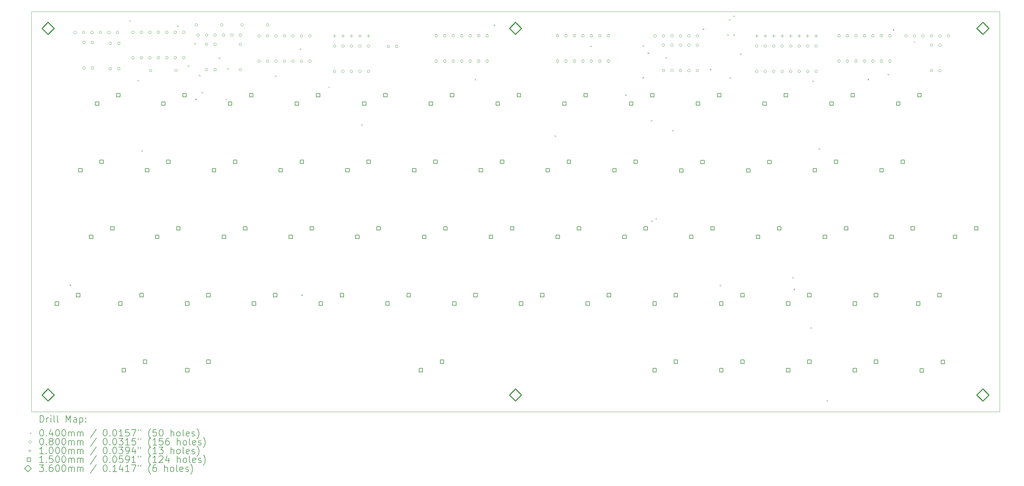
<source format=gbr>
%TF.GenerationSoftware,KiCad,Pcbnew,(6.0.10)*%
%TF.CreationDate,2023-02-27T08:53:44+01:00*%
%TF.ProjectId,CherryZXKeyboard,43686572-7279-45a5-984b-6579626f6172,rev?*%
%TF.SameCoordinates,Original*%
%TF.FileFunction,Drillmap*%
%TF.FilePolarity,Positive*%
%FSLAX45Y45*%
G04 Gerber Fmt 4.5, Leading zero omitted, Abs format (unit mm)*
G04 Created by KiCad (PCBNEW (6.0.10)) date 2023-02-27 08:53:44*
%MOMM*%
%LPD*%
G01*
G04 APERTURE LIST*
%ADD10C,0.050000*%
%ADD11C,0.200000*%
%ADD12C,0.040000*%
%ADD13C,0.080000*%
%ADD14C,0.100000*%
%ADD15C,0.150000*%
%ADD16C,0.360000*%
G04 APERTURE END LIST*
D10*
X4968600Y-6913400D02*
X33968600Y-6913400D01*
X33968600Y-6913400D02*
X33968600Y-18913400D01*
X33968600Y-18913400D02*
X4968600Y-18913400D01*
X4968600Y-18913400D02*
X4968600Y-6913400D01*
D11*
D12*
X6111030Y-15092330D02*
X6151030Y-15132330D01*
X6151030Y-15092330D02*
X6111030Y-15132330D01*
X7899370Y-7168650D02*
X7939370Y-7208650D01*
X7939370Y-7168650D02*
X7899370Y-7208650D01*
X8140790Y-8960350D02*
X8180790Y-9000350D01*
X8180790Y-8960350D02*
X8140790Y-9000350D01*
X8259800Y-11069800D02*
X8299800Y-11109800D01*
X8299800Y-11069800D02*
X8259800Y-11109800D01*
X9324790Y-7327710D02*
X9364790Y-7367710D01*
X9364790Y-7327710D02*
X9324790Y-7367710D01*
X9645630Y-8517880D02*
X9685630Y-8557880D01*
X9685630Y-8517880D02*
X9645630Y-8557880D01*
X9845690Y-7849660D02*
X9885690Y-7889660D01*
X9885690Y-7849660D02*
X9845690Y-7889660D01*
X9879700Y-9522540D02*
X9919700Y-9562540D01*
X9919700Y-9522540D02*
X9879700Y-9562540D01*
X9987000Y-8809200D02*
X10027000Y-8849200D01*
X10027000Y-8809200D02*
X9987000Y-8849200D01*
X10063200Y-9317200D02*
X10103200Y-9357200D01*
X10103200Y-9317200D02*
X10063200Y-9357200D01*
X10582380Y-8285070D02*
X10622380Y-8325070D01*
X10622380Y-8285070D02*
X10582380Y-8325070D01*
X10779490Y-9522540D02*
X10819490Y-9562540D01*
X10819490Y-9522540D02*
X10779490Y-9562540D01*
X10834070Y-8602750D02*
X10874070Y-8642750D01*
X10874070Y-8602750D02*
X10834070Y-8642750D01*
X12263810Y-8822210D02*
X12303810Y-8862210D01*
X12303810Y-8822210D02*
X12263810Y-8862210D01*
X13002220Y-8010400D02*
X13042220Y-8050400D01*
X13042220Y-8010400D02*
X13002220Y-8050400D01*
X13048070Y-15393400D02*
X13088070Y-15433400D01*
X13088070Y-15393400D02*
X13048070Y-15433400D01*
X13861730Y-9158750D02*
X13901730Y-9198750D01*
X13901730Y-9158750D02*
X13861730Y-9198750D01*
X14849080Y-10287530D02*
X14889080Y-10327530D01*
X14889080Y-10287530D02*
X14849080Y-10327530D01*
X18244090Y-8924420D02*
X18284090Y-8964420D01*
X18284090Y-8924420D02*
X18244090Y-8964420D01*
X18813500Y-7297900D02*
X18853500Y-7337900D01*
X18853500Y-7297900D02*
X18813500Y-7337900D01*
X20641430Y-10619550D02*
X20681430Y-10659550D01*
X20681430Y-10619550D02*
X20641430Y-10659550D01*
X21706960Y-7923490D02*
X21746960Y-7963490D01*
X21746960Y-7923490D02*
X21706960Y-7963490D01*
X22749700Y-9393400D02*
X22789700Y-9433400D01*
X22789700Y-9393400D02*
X22749700Y-9433400D01*
X23270620Y-7915910D02*
X23310620Y-7955910D01*
X23310620Y-7915910D02*
X23270620Y-7955910D01*
X23273700Y-8870160D02*
X23313700Y-8910160D01*
X23313700Y-8870160D02*
X23273700Y-8910160D01*
X23424210Y-8134830D02*
X23464210Y-8174830D01*
X23464210Y-8134830D02*
X23424210Y-8174830D01*
X23525200Y-10161410D02*
X23565200Y-10201410D01*
X23565200Y-10161410D02*
X23525200Y-10201410D01*
X23535170Y-13174960D02*
X23575170Y-13214960D01*
X23575170Y-13174960D02*
X23535170Y-13214960D01*
X23660030Y-13099550D02*
X23700030Y-13139550D01*
X23700030Y-13099550D02*
X23660030Y-13139550D01*
X23956730Y-8275880D02*
X23996730Y-8315880D01*
X23996730Y-8275880D02*
X23956730Y-8315880D01*
X24160200Y-10460200D02*
X24200200Y-10500200D01*
X24200200Y-10460200D02*
X24160200Y-10500200D01*
X25074380Y-7413360D02*
X25114380Y-7453360D01*
X25114380Y-7413360D02*
X25074380Y-7453360D01*
X25291610Y-8631570D02*
X25331610Y-8671570D01*
X25331610Y-8631570D02*
X25291610Y-8671570D01*
X25582600Y-15108400D02*
X25622600Y-15148400D01*
X25622600Y-15108400D02*
X25582600Y-15148400D01*
X25811200Y-7590000D02*
X25851200Y-7630000D01*
X25851200Y-7590000D02*
X25811200Y-7630000D01*
X25862000Y-7132800D02*
X25902000Y-7172800D01*
X25902000Y-7132800D02*
X25862000Y-7172800D01*
X25880830Y-8876410D02*
X25920830Y-8916410D01*
X25920830Y-8876410D02*
X25880830Y-8916410D01*
X25989000Y-7031200D02*
X26029000Y-7071200D01*
X26029000Y-7031200D02*
X25989000Y-7071200D01*
X25989000Y-7590000D02*
X26029000Y-7630000D01*
X26029000Y-7590000D02*
X25989000Y-7630000D01*
X26192410Y-8164820D02*
X26232410Y-8204820D01*
X26232410Y-8164820D02*
X26192410Y-8204820D01*
X27757450Y-14871720D02*
X27797450Y-14911720D01*
X27797450Y-14871720D02*
X27757450Y-14911720D01*
X27797150Y-15223340D02*
X27837150Y-15263340D01*
X27837150Y-15223340D02*
X27797150Y-15263340D01*
X28300400Y-16378400D02*
X28340400Y-16418400D01*
X28340400Y-16378400D02*
X28300400Y-16418400D01*
X28357640Y-8976060D02*
X28397640Y-9016060D01*
X28397640Y-8976060D02*
X28357640Y-9016060D01*
X28544870Y-11006620D02*
X28584870Y-11046620D01*
X28584870Y-11006620D02*
X28544870Y-11046620D01*
X28783000Y-18562800D02*
X28823000Y-18602800D01*
X28823000Y-18562800D02*
X28783000Y-18602800D01*
X30014900Y-8923500D02*
X30054900Y-8963500D01*
X30054900Y-8923500D02*
X30014900Y-8963500D01*
X30609980Y-8771850D02*
X30649980Y-8811850D01*
X30649980Y-8771850D02*
X30609980Y-8811850D01*
X30769010Y-7432650D02*
X30809010Y-7472650D01*
X30809010Y-7432650D02*
X30769010Y-7472650D01*
X31396030Y-7795150D02*
X31436030Y-7835150D01*
X31436030Y-7795150D02*
X31396030Y-7835150D01*
D13*
X6313200Y-7533800D02*
G75*
G03*
X6313200Y-7533800I-40000J0D01*
G01*
X6567200Y-7533800D02*
G75*
G03*
X6567200Y-7533800I-40000J0D01*
G01*
X6582600Y-7835200D02*
G75*
G03*
X6582600Y-7835200I-40000J0D01*
G01*
X6582600Y-8597200D02*
G75*
G03*
X6582600Y-8597200I-40000J0D01*
G01*
X6821200Y-7533800D02*
G75*
G03*
X6821200Y-7533800I-40000J0D01*
G01*
X6836600Y-7835200D02*
G75*
G03*
X6836600Y-7835200I-40000J0D01*
G01*
X6836600Y-8597200D02*
G75*
G03*
X6836600Y-8597200I-40000J0D01*
G01*
X7075200Y-7533800D02*
G75*
G03*
X7075200Y-7533800I-40000J0D01*
G01*
X7329200Y-7533800D02*
G75*
G03*
X7329200Y-7533800I-40000J0D01*
G01*
X7370000Y-7860600D02*
G75*
G03*
X7370000Y-7860600I-40000J0D01*
G01*
X7370000Y-8622600D02*
G75*
G03*
X7370000Y-8622600I-40000J0D01*
G01*
X7583200Y-7533800D02*
G75*
G03*
X7583200Y-7533800I-40000J0D01*
G01*
X7624000Y-7860600D02*
G75*
G03*
X7624000Y-7860600I-40000J0D01*
G01*
X7624000Y-8622600D02*
G75*
G03*
X7624000Y-8622600I-40000J0D01*
G01*
X8047100Y-7530900D02*
G75*
G03*
X8047100Y-7530900I-40000J0D01*
G01*
X8047100Y-8292900D02*
G75*
G03*
X8047100Y-8292900I-40000J0D01*
G01*
X8301100Y-7530900D02*
G75*
G03*
X8301100Y-7530900I-40000J0D01*
G01*
X8301100Y-8292900D02*
G75*
G03*
X8301100Y-8292900I-40000J0D01*
G01*
X8555100Y-7530900D02*
G75*
G03*
X8555100Y-7530900I-40000J0D01*
G01*
X8555100Y-8292900D02*
G75*
G03*
X8555100Y-8292900I-40000J0D01*
G01*
X8573800Y-8676800D02*
G75*
G03*
X8573800Y-8676800I-40000J0D01*
G01*
X8809100Y-7530900D02*
G75*
G03*
X8809100Y-7530900I-40000J0D01*
G01*
X8809100Y-8292900D02*
G75*
G03*
X8809100Y-8292900I-40000J0D01*
G01*
X9063100Y-7530900D02*
G75*
G03*
X9063100Y-7530900I-40000J0D01*
G01*
X9063100Y-8292900D02*
G75*
G03*
X9063100Y-8292900I-40000J0D01*
G01*
X9317100Y-7530900D02*
G75*
G03*
X9317100Y-7530900I-40000J0D01*
G01*
X9317100Y-8292900D02*
G75*
G03*
X9317100Y-8292900I-40000J0D01*
G01*
X9335800Y-8676800D02*
G75*
G03*
X9335800Y-8676800I-40000J0D01*
G01*
X9571100Y-7530900D02*
G75*
G03*
X9571100Y-7530900I-40000J0D01*
G01*
X9571100Y-8292900D02*
G75*
G03*
X9571100Y-8292900I-40000J0D01*
G01*
X9945400Y-7305200D02*
G75*
G03*
X9945400Y-7305200I-40000J0D01*
G01*
X9998600Y-7613400D02*
G75*
G03*
X9998600Y-7613400I-40000J0D01*
G01*
X10250200Y-7889400D02*
G75*
G03*
X10250200Y-7889400I-40000J0D01*
G01*
X10250200Y-8651400D02*
G75*
G03*
X10250200Y-8651400I-40000J0D01*
G01*
X10252600Y-7613400D02*
G75*
G03*
X10252600Y-7613400I-40000J0D01*
G01*
X10506600Y-7613400D02*
G75*
G03*
X10506600Y-7613400I-40000J0D01*
G01*
X10508600Y-7889400D02*
G75*
G03*
X10508600Y-7889400I-40000J0D01*
G01*
X10508600Y-8651400D02*
G75*
G03*
X10508600Y-8651400I-40000J0D01*
G01*
X10707400Y-7305200D02*
G75*
G03*
X10707400Y-7305200I-40000J0D01*
G01*
X10760600Y-7613400D02*
G75*
G03*
X10760600Y-7613400I-40000J0D01*
G01*
X11014600Y-7613400D02*
G75*
G03*
X11014600Y-7613400I-40000J0D01*
G01*
X11266200Y-7889400D02*
G75*
G03*
X11266200Y-7889400I-40000J0D01*
G01*
X11266200Y-8651400D02*
G75*
G03*
X11266200Y-8651400I-40000J0D01*
G01*
X11268600Y-7613400D02*
G75*
G03*
X11268600Y-7613400I-40000J0D01*
G01*
X11317000Y-7305200D02*
G75*
G03*
X11317000Y-7305200I-40000J0D01*
G01*
X11825000Y-7635400D02*
G75*
G03*
X11825000Y-7635400I-40000J0D01*
G01*
X11825000Y-8397400D02*
G75*
G03*
X11825000Y-8397400I-40000J0D01*
G01*
X12079000Y-7305200D02*
G75*
G03*
X12079000Y-7305200I-40000J0D01*
G01*
X12079000Y-7635400D02*
G75*
G03*
X12079000Y-7635400I-40000J0D01*
G01*
X12079000Y-8397400D02*
G75*
G03*
X12079000Y-8397400I-40000J0D01*
G01*
X12333000Y-7635400D02*
G75*
G03*
X12333000Y-7635400I-40000J0D01*
G01*
X12333000Y-8397400D02*
G75*
G03*
X12333000Y-8397400I-40000J0D01*
G01*
X12587000Y-7635400D02*
G75*
G03*
X12587000Y-7635400I-40000J0D01*
G01*
X12587000Y-8397400D02*
G75*
G03*
X12587000Y-8397400I-40000J0D01*
G01*
X12841000Y-7635400D02*
G75*
G03*
X12841000Y-7635400I-40000J0D01*
G01*
X12841000Y-8397400D02*
G75*
G03*
X12841000Y-8397400I-40000J0D01*
G01*
X13095000Y-7635400D02*
G75*
G03*
X13095000Y-7635400I-40000J0D01*
G01*
X13095000Y-8397400D02*
G75*
G03*
X13095000Y-8397400I-40000J0D01*
G01*
X13349000Y-7635400D02*
G75*
G03*
X13349000Y-7635400I-40000J0D01*
G01*
X13349000Y-8397400D02*
G75*
G03*
X13349000Y-8397400I-40000J0D01*
G01*
X14085600Y-7940200D02*
G75*
G03*
X14085600Y-7940200I-40000J0D01*
G01*
X14085600Y-8702200D02*
G75*
G03*
X14085600Y-8702200I-40000J0D01*
G01*
X14339600Y-7940200D02*
G75*
G03*
X14339600Y-7940200I-40000J0D01*
G01*
X14339600Y-8702200D02*
G75*
G03*
X14339600Y-8702200I-40000J0D01*
G01*
X14593600Y-7940200D02*
G75*
G03*
X14593600Y-7940200I-40000J0D01*
G01*
X14593600Y-8702200D02*
G75*
G03*
X14593600Y-8702200I-40000J0D01*
G01*
X14847600Y-7940200D02*
G75*
G03*
X14847600Y-7940200I-40000J0D01*
G01*
X14847600Y-8702200D02*
G75*
G03*
X14847600Y-8702200I-40000J0D01*
G01*
X15101600Y-7940200D02*
G75*
G03*
X15101600Y-7940200I-40000J0D01*
G01*
X15101600Y-8702200D02*
G75*
G03*
X15101600Y-8702200I-40000J0D01*
G01*
X15697800Y-7954800D02*
G75*
G03*
X15697800Y-7954800I-40000J0D01*
G01*
X15947800Y-7954800D02*
G75*
G03*
X15947800Y-7954800I-40000J0D01*
G01*
X17134100Y-7633900D02*
G75*
G03*
X17134100Y-7633900I-40000J0D01*
G01*
X17134100Y-8395900D02*
G75*
G03*
X17134100Y-8395900I-40000J0D01*
G01*
X17388100Y-7633900D02*
G75*
G03*
X17388100Y-7633900I-40000J0D01*
G01*
X17388100Y-8395900D02*
G75*
G03*
X17388100Y-8395900I-40000J0D01*
G01*
X17642100Y-7633900D02*
G75*
G03*
X17642100Y-7633900I-40000J0D01*
G01*
X17642100Y-8395900D02*
G75*
G03*
X17642100Y-8395900I-40000J0D01*
G01*
X17896100Y-7633900D02*
G75*
G03*
X17896100Y-7633900I-40000J0D01*
G01*
X17896100Y-8395900D02*
G75*
G03*
X17896100Y-8395900I-40000J0D01*
G01*
X18150100Y-7633900D02*
G75*
G03*
X18150100Y-7633900I-40000J0D01*
G01*
X18150100Y-8395900D02*
G75*
G03*
X18150100Y-8395900I-40000J0D01*
G01*
X18404100Y-7633900D02*
G75*
G03*
X18404100Y-7633900I-40000J0D01*
G01*
X18404100Y-8395900D02*
G75*
G03*
X18404100Y-8395900I-40000J0D01*
G01*
X18658100Y-7633900D02*
G75*
G03*
X18658100Y-7633900I-40000J0D01*
G01*
X18658100Y-8395900D02*
G75*
G03*
X18658100Y-8395900I-40000J0D01*
G01*
X20766300Y-7633900D02*
G75*
G03*
X20766300Y-7633900I-40000J0D01*
G01*
X20766300Y-8395900D02*
G75*
G03*
X20766300Y-8395900I-40000J0D01*
G01*
X21020300Y-7633900D02*
G75*
G03*
X21020300Y-7633900I-40000J0D01*
G01*
X21020300Y-8395900D02*
G75*
G03*
X21020300Y-8395900I-40000J0D01*
G01*
X21274300Y-7633900D02*
G75*
G03*
X21274300Y-7633900I-40000J0D01*
G01*
X21274300Y-8395900D02*
G75*
G03*
X21274300Y-8395900I-40000J0D01*
G01*
X21528300Y-7633900D02*
G75*
G03*
X21528300Y-7633900I-40000J0D01*
G01*
X21528300Y-8395900D02*
G75*
G03*
X21528300Y-8395900I-40000J0D01*
G01*
X21782300Y-7633900D02*
G75*
G03*
X21782300Y-7633900I-40000J0D01*
G01*
X21782300Y-8395900D02*
G75*
G03*
X21782300Y-8395900I-40000J0D01*
G01*
X22036300Y-7633900D02*
G75*
G03*
X22036300Y-7633900I-40000J0D01*
G01*
X22036300Y-8395900D02*
G75*
G03*
X22036300Y-8395900I-40000J0D01*
G01*
X22290300Y-7633900D02*
G75*
G03*
X22290300Y-7633900I-40000J0D01*
G01*
X22290300Y-8395900D02*
G75*
G03*
X22290300Y-8395900I-40000J0D01*
G01*
X23686800Y-7635400D02*
G75*
G03*
X23686800Y-7635400I-40000J0D01*
G01*
X23940800Y-7635400D02*
G75*
G03*
X23940800Y-7635400I-40000J0D01*
G01*
X23940800Y-7914800D02*
G75*
G03*
X23940800Y-7914800I-40000J0D01*
G01*
X23940800Y-8676800D02*
G75*
G03*
X23940800Y-8676800I-40000J0D01*
G01*
X24194800Y-7635400D02*
G75*
G03*
X24194800Y-7635400I-40000J0D01*
G01*
X24194800Y-7914800D02*
G75*
G03*
X24194800Y-7914800I-40000J0D01*
G01*
X24194800Y-8676800D02*
G75*
G03*
X24194800Y-8676800I-40000J0D01*
G01*
X24448800Y-7635400D02*
G75*
G03*
X24448800Y-7635400I-40000J0D01*
G01*
X24448800Y-7914800D02*
G75*
G03*
X24448800Y-7914800I-40000J0D01*
G01*
X24448800Y-8676800D02*
G75*
G03*
X24448800Y-8676800I-40000J0D01*
G01*
X24702800Y-7635400D02*
G75*
G03*
X24702800Y-7635400I-40000J0D01*
G01*
X24702800Y-7914800D02*
G75*
G03*
X24702800Y-7914800I-40000J0D01*
G01*
X24702800Y-8676800D02*
G75*
G03*
X24702800Y-8676800I-40000J0D01*
G01*
X24956800Y-7635400D02*
G75*
G03*
X24956800Y-7635400I-40000J0D01*
G01*
X24956800Y-7914800D02*
G75*
G03*
X24956800Y-7914800I-40000J0D01*
G01*
X24956800Y-8676800D02*
G75*
G03*
X24956800Y-8676800I-40000J0D01*
G01*
X26734800Y-7940200D02*
G75*
G03*
X26734800Y-7940200I-40000J0D01*
G01*
X26734800Y-8702200D02*
G75*
G03*
X26734800Y-8702200I-40000J0D01*
G01*
X26988800Y-7940200D02*
G75*
G03*
X26988800Y-7940200I-40000J0D01*
G01*
X26988800Y-8702200D02*
G75*
G03*
X26988800Y-8702200I-40000J0D01*
G01*
X27242800Y-7940200D02*
G75*
G03*
X27242800Y-7940200I-40000J0D01*
G01*
X27242800Y-8702200D02*
G75*
G03*
X27242800Y-8702200I-40000J0D01*
G01*
X27496800Y-7940200D02*
G75*
G03*
X27496800Y-7940200I-40000J0D01*
G01*
X27496800Y-8702200D02*
G75*
G03*
X27496800Y-8702200I-40000J0D01*
G01*
X27750800Y-7940200D02*
G75*
G03*
X27750800Y-7940200I-40000J0D01*
G01*
X27750800Y-8702200D02*
G75*
G03*
X27750800Y-8702200I-40000J0D01*
G01*
X28004800Y-7940200D02*
G75*
G03*
X28004800Y-7940200I-40000J0D01*
G01*
X28004800Y-8702200D02*
G75*
G03*
X28004800Y-8702200I-40000J0D01*
G01*
X28258800Y-7940200D02*
G75*
G03*
X28258800Y-7940200I-40000J0D01*
G01*
X28258800Y-8702200D02*
G75*
G03*
X28258800Y-8702200I-40000J0D01*
G01*
X28512800Y-7940200D02*
G75*
G03*
X28512800Y-7940200I-40000J0D01*
G01*
X28512800Y-8702200D02*
G75*
G03*
X28512800Y-8702200I-40000J0D01*
G01*
X29199100Y-7633900D02*
G75*
G03*
X29199100Y-7633900I-40000J0D01*
G01*
X29199100Y-8395900D02*
G75*
G03*
X29199100Y-8395900I-40000J0D01*
G01*
X29453100Y-7633900D02*
G75*
G03*
X29453100Y-7633900I-40000J0D01*
G01*
X29453100Y-8395900D02*
G75*
G03*
X29453100Y-8395900I-40000J0D01*
G01*
X29707100Y-7633900D02*
G75*
G03*
X29707100Y-7633900I-40000J0D01*
G01*
X29707100Y-8395900D02*
G75*
G03*
X29707100Y-8395900I-40000J0D01*
G01*
X29961100Y-7633900D02*
G75*
G03*
X29961100Y-7633900I-40000J0D01*
G01*
X29961100Y-8395900D02*
G75*
G03*
X29961100Y-8395900I-40000J0D01*
G01*
X30215100Y-7633900D02*
G75*
G03*
X30215100Y-7633900I-40000J0D01*
G01*
X30215100Y-8395900D02*
G75*
G03*
X30215100Y-8395900I-40000J0D01*
G01*
X30469100Y-7633900D02*
G75*
G03*
X30469100Y-7633900I-40000J0D01*
G01*
X30469100Y-8395900D02*
G75*
G03*
X30469100Y-8395900I-40000J0D01*
G01*
X30723100Y-7633900D02*
G75*
G03*
X30723100Y-7633900I-40000J0D01*
G01*
X30723100Y-8395900D02*
G75*
G03*
X30723100Y-8395900I-40000J0D01*
G01*
X31205200Y-7635400D02*
G75*
G03*
X31205200Y-7635400I-40000J0D01*
G01*
X31459200Y-7635400D02*
G75*
G03*
X31459200Y-7635400I-40000J0D01*
G01*
X31713200Y-7635400D02*
G75*
G03*
X31713200Y-7635400I-40000J0D01*
G01*
X31967200Y-7635400D02*
G75*
G03*
X31967200Y-7635400I-40000J0D01*
G01*
X31967200Y-7914800D02*
G75*
G03*
X31967200Y-7914800I-40000J0D01*
G01*
X31967200Y-8676800D02*
G75*
G03*
X31967200Y-8676800I-40000J0D01*
G01*
X32221200Y-7635400D02*
G75*
G03*
X32221200Y-7635400I-40000J0D01*
G01*
X32221200Y-7914800D02*
G75*
G03*
X32221200Y-7914800I-40000J0D01*
G01*
X32221200Y-8676800D02*
G75*
G03*
X32221200Y-8676800I-40000J0D01*
G01*
X32475200Y-7635400D02*
G75*
G03*
X32475200Y-7635400I-40000J0D01*
G01*
D14*
X14045600Y-7585400D02*
X14045600Y-7685400D01*
X13995600Y-7635400D02*
X14095600Y-7635400D01*
X14299600Y-7585400D02*
X14299600Y-7685400D01*
X14249600Y-7635400D02*
X14349600Y-7635400D01*
X14553600Y-7585400D02*
X14553600Y-7685400D01*
X14503600Y-7635400D02*
X14603600Y-7635400D01*
X14807600Y-7585400D02*
X14807600Y-7685400D01*
X14757600Y-7635400D02*
X14857600Y-7635400D01*
X15061600Y-7585400D02*
X15061600Y-7685400D01*
X15011600Y-7635400D02*
X15111600Y-7635400D01*
X26694800Y-7585400D02*
X26694800Y-7685400D01*
X26644800Y-7635400D02*
X26744800Y-7635400D01*
X26948800Y-7585400D02*
X26948800Y-7685400D01*
X26898800Y-7635400D02*
X26998800Y-7635400D01*
X27202800Y-7585400D02*
X27202800Y-7685400D01*
X27152800Y-7635400D02*
X27252800Y-7635400D01*
X27456800Y-7585400D02*
X27456800Y-7685400D01*
X27406800Y-7635400D02*
X27506800Y-7635400D01*
X27710800Y-7585400D02*
X27710800Y-7685400D01*
X27660800Y-7635400D02*
X27760800Y-7635400D01*
X27964800Y-7585400D02*
X27964800Y-7685400D01*
X27914800Y-7635400D02*
X28014800Y-7635400D01*
X28218800Y-7585400D02*
X28218800Y-7685400D01*
X28168800Y-7635400D02*
X28268800Y-7635400D01*
X28472800Y-7585400D02*
X28472800Y-7685400D01*
X28422800Y-7635400D02*
X28522800Y-7635400D01*
D15*
X5786633Y-15720433D02*
X5786633Y-15614366D01*
X5680566Y-15614366D01*
X5680566Y-15720433D01*
X5786633Y-15720433D01*
X6421633Y-15466433D02*
X6421633Y-15360366D01*
X6315566Y-15360366D01*
X6315566Y-15466433D01*
X6421633Y-15466433D01*
X6486633Y-11720433D02*
X6486633Y-11614366D01*
X6380566Y-11614366D01*
X6380566Y-11720433D01*
X6486633Y-11720433D01*
X6808833Y-13720433D02*
X6808833Y-13614366D01*
X6702766Y-13614366D01*
X6702766Y-13720433D01*
X6808833Y-13720433D01*
X6986633Y-9720434D02*
X6986633Y-9614367D01*
X6880566Y-9614367D01*
X6880566Y-9720434D01*
X6986633Y-9720434D01*
X7121633Y-11466433D02*
X7121633Y-11360366D01*
X7015566Y-11360366D01*
X7015566Y-11466433D01*
X7121633Y-11466433D01*
X7443833Y-13466433D02*
X7443833Y-13360366D01*
X7337766Y-13360366D01*
X7337766Y-13466433D01*
X7443833Y-13466433D01*
X7621633Y-9466434D02*
X7621633Y-9360367D01*
X7515566Y-9360367D01*
X7515566Y-9466434D01*
X7621633Y-9466434D01*
X7686633Y-15720433D02*
X7686633Y-15614366D01*
X7580566Y-15614366D01*
X7580566Y-15720433D01*
X7686633Y-15720433D01*
X7786633Y-17720434D02*
X7786633Y-17614367D01*
X7680566Y-17614367D01*
X7680566Y-17720434D01*
X7786633Y-17720434D01*
X8321633Y-15466433D02*
X8321633Y-15360366D01*
X8215566Y-15360366D01*
X8215566Y-15466433D01*
X8321633Y-15466433D01*
X8421634Y-17466434D02*
X8421634Y-17360367D01*
X8315566Y-17360367D01*
X8315566Y-17466434D01*
X8421634Y-17466434D01*
X8486634Y-11720433D02*
X8486634Y-11614366D01*
X8380566Y-11614366D01*
X8380566Y-11720433D01*
X8486634Y-11720433D01*
X8786634Y-13720433D02*
X8786634Y-13614366D01*
X8680567Y-13614366D01*
X8680567Y-13720433D01*
X8786634Y-13720433D01*
X8972034Y-9720434D02*
X8972034Y-9614367D01*
X8865967Y-9614367D01*
X8865967Y-9720434D01*
X8972034Y-9720434D01*
X9121634Y-11466433D02*
X9121634Y-11360366D01*
X9015567Y-11360366D01*
X9015567Y-11466433D01*
X9121634Y-11466433D01*
X9421634Y-13466433D02*
X9421634Y-13360366D01*
X9315567Y-13360366D01*
X9315567Y-13466433D01*
X9421634Y-13466433D01*
X9607034Y-9466434D02*
X9607034Y-9360367D01*
X9500967Y-9360367D01*
X9500967Y-9466434D01*
X9607034Y-9466434D01*
X9686634Y-15720433D02*
X9686634Y-15614366D01*
X9580567Y-15614366D01*
X9580567Y-15720433D01*
X9686634Y-15720433D01*
X9686634Y-17720434D02*
X9686634Y-17614367D01*
X9580567Y-17614367D01*
X9580567Y-17720434D01*
X9686634Y-17720434D01*
X10321634Y-15466433D02*
X10321634Y-15360366D01*
X10215567Y-15360366D01*
X10215567Y-15466433D01*
X10321634Y-15466433D01*
X10321634Y-17466434D02*
X10321634Y-17360367D01*
X10215567Y-17360367D01*
X10215567Y-17466434D01*
X10321634Y-17466434D01*
X10486634Y-11720433D02*
X10486634Y-11614366D01*
X10380567Y-11614366D01*
X10380567Y-11720433D01*
X10486634Y-11720433D01*
X10786634Y-13720433D02*
X10786634Y-13614366D01*
X10680567Y-13614366D01*
X10680567Y-13720433D01*
X10786634Y-13720433D01*
X10972034Y-9720434D02*
X10972034Y-9614367D01*
X10865967Y-9614367D01*
X10865967Y-9720434D01*
X10972034Y-9720434D01*
X11121634Y-11466433D02*
X11121634Y-11360366D01*
X11015567Y-11360366D01*
X11015567Y-11466433D01*
X11121634Y-11466433D01*
X11421633Y-13466433D02*
X11421633Y-13360366D01*
X11315566Y-13360366D01*
X11315566Y-13466433D01*
X11421633Y-13466433D01*
X11607033Y-9466434D02*
X11607033Y-9360367D01*
X11500966Y-9360367D01*
X11500966Y-9466434D01*
X11607033Y-9466434D01*
X11686633Y-15720433D02*
X11686633Y-15614366D01*
X11580566Y-15614366D01*
X11580566Y-15720433D01*
X11686633Y-15720433D01*
X12321633Y-15466433D02*
X12321633Y-15360366D01*
X12215566Y-15360366D01*
X12215566Y-15466433D01*
X12321633Y-15466433D01*
X12486633Y-11720433D02*
X12486633Y-11614366D01*
X12380566Y-11614366D01*
X12380566Y-11720433D01*
X12486633Y-11720433D01*
X12786633Y-13720433D02*
X12786633Y-13614366D01*
X12680566Y-13614366D01*
X12680566Y-13720433D01*
X12786633Y-13720433D01*
X12972033Y-9720434D02*
X12972033Y-9614367D01*
X12865966Y-9614367D01*
X12865966Y-9720434D01*
X12972033Y-9720434D01*
X13121633Y-11466433D02*
X13121633Y-11360366D01*
X13015566Y-11360366D01*
X13015566Y-11466433D01*
X13121633Y-11466433D01*
X13421633Y-13466433D02*
X13421633Y-13360366D01*
X13315566Y-13360366D01*
X13315566Y-13466433D01*
X13421633Y-13466433D01*
X13607033Y-9466434D02*
X13607033Y-9360367D01*
X13500966Y-9360367D01*
X13500966Y-9466434D01*
X13607033Y-9466434D01*
X13686633Y-15720433D02*
X13686633Y-15614366D01*
X13580566Y-15614366D01*
X13580566Y-15720433D01*
X13686633Y-15720433D01*
X14321633Y-15466433D02*
X14321633Y-15360366D01*
X14215566Y-15360366D01*
X14215566Y-15466433D01*
X14321633Y-15466433D01*
X14486633Y-11720433D02*
X14486633Y-11614366D01*
X14380566Y-11614366D01*
X14380566Y-11720433D01*
X14486633Y-11720433D01*
X14786633Y-13720433D02*
X14786633Y-13614366D01*
X14680566Y-13614366D01*
X14680566Y-13720433D01*
X14786633Y-13720433D01*
X14986633Y-9720434D02*
X14986633Y-9614367D01*
X14880566Y-9614367D01*
X14880566Y-9720434D01*
X14986633Y-9720434D01*
X15121633Y-11466433D02*
X15121633Y-11360366D01*
X15015566Y-11360366D01*
X15015566Y-11466433D01*
X15121633Y-11466433D01*
X15421633Y-13466433D02*
X15421633Y-13360366D01*
X15315566Y-13360366D01*
X15315566Y-13466433D01*
X15421633Y-13466433D01*
X15621633Y-9466434D02*
X15621633Y-9360367D01*
X15515566Y-9360367D01*
X15515566Y-9466434D01*
X15621633Y-9466434D01*
X15686633Y-15720433D02*
X15686633Y-15614366D01*
X15580566Y-15614366D01*
X15580566Y-15720433D01*
X15686633Y-15720433D01*
X16321633Y-15466433D02*
X16321633Y-15360366D01*
X16215566Y-15360366D01*
X16215566Y-15466433D01*
X16321633Y-15466433D01*
X16486633Y-11720433D02*
X16486633Y-11614366D01*
X16380566Y-11614366D01*
X16380566Y-11720433D01*
X16486633Y-11720433D01*
X16686633Y-17720434D02*
X16686633Y-17614367D01*
X16580566Y-17614367D01*
X16580566Y-17720434D01*
X16686633Y-17720434D01*
X16786634Y-13720433D02*
X16786634Y-13614366D01*
X16680566Y-13614366D01*
X16680566Y-13720433D01*
X16786634Y-13720433D01*
X16986634Y-9720434D02*
X16986634Y-9614367D01*
X16880567Y-9614367D01*
X16880567Y-9720434D01*
X16986634Y-9720434D01*
X17121634Y-11466433D02*
X17121634Y-11360366D01*
X17015567Y-11360366D01*
X17015567Y-11466433D01*
X17121634Y-11466433D01*
X17321634Y-17466434D02*
X17321634Y-17360367D01*
X17215567Y-17360367D01*
X17215567Y-17466434D01*
X17321634Y-17466434D01*
X17421634Y-13466433D02*
X17421634Y-13360366D01*
X17315567Y-13360366D01*
X17315567Y-13466433D01*
X17421634Y-13466433D01*
X17621634Y-9466434D02*
X17621634Y-9360367D01*
X17515567Y-9360367D01*
X17515567Y-9466434D01*
X17621634Y-9466434D01*
X17686634Y-15720433D02*
X17686634Y-15614366D01*
X17580567Y-15614366D01*
X17580567Y-15720433D01*
X17686634Y-15720433D01*
X18321634Y-15466433D02*
X18321634Y-15360366D01*
X18215567Y-15360366D01*
X18215567Y-15466433D01*
X18321634Y-15466433D01*
X18486634Y-11720433D02*
X18486634Y-11614366D01*
X18380567Y-11614366D01*
X18380567Y-11720433D01*
X18486634Y-11720433D01*
X18786634Y-13720433D02*
X18786634Y-13614366D01*
X18680567Y-13614366D01*
X18680567Y-13720433D01*
X18786634Y-13720433D01*
X18986634Y-9720434D02*
X18986634Y-9614367D01*
X18880567Y-9614367D01*
X18880567Y-9720434D01*
X18986634Y-9720434D01*
X19121634Y-11466433D02*
X19121634Y-11360366D01*
X19015567Y-11360366D01*
X19015567Y-11466433D01*
X19121634Y-11466433D01*
X19421634Y-13466433D02*
X19421634Y-13360366D01*
X19315567Y-13360366D01*
X19315567Y-13466433D01*
X19421634Y-13466433D01*
X19621634Y-9466434D02*
X19621634Y-9360367D01*
X19515567Y-9360367D01*
X19515567Y-9466434D01*
X19621634Y-9466434D01*
X19686634Y-15720433D02*
X19686634Y-15614366D01*
X19580567Y-15614366D01*
X19580567Y-15720433D01*
X19686634Y-15720433D01*
X20321634Y-15466433D02*
X20321634Y-15360366D01*
X20215567Y-15360366D01*
X20215567Y-15466433D01*
X20321634Y-15466433D01*
X20486634Y-11720433D02*
X20486634Y-11614366D01*
X20380567Y-11614366D01*
X20380567Y-11720433D01*
X20486634Y-11720433D01*
X20786634Y-13720433D02*
X20786634Y-13614366D01*
X20680567Y-13614366D01*
X20680567Y-13720433D01*
X20786634Y-13720433D01*
X20986634Y-9720434D02*
X20986634Y-9614367D01*
X20880567Y-9614367D01*
X20880567Y-9720434D01*
X20986634Y-9720434D01*
X21121634Y-11466433D02*
X21121634Y-11360366D01*
X21015567Y-11360366D01*
X21015567Y-11466433D01*
X21121634Y-11466433D01*
X21421634Y-13466433D02*
X21421634Y-13360366D01*
X21315567Y-13360366D01*
X21315567Y-13466433D01*
X21421634Y-13466433D01*
X21621634Y-9466434D02*
X21621634Y-9360367D01*
X21515567Y-9360367D01*
X21515567Y-9466434D01*
X21621634Y-9466434D01*
X21686634Y-15720433D02*
X21686634Y-15614366D01*
X21580567Y-15614366D01*
X21580567Y-15720433D01*
X21686634Y-15720433D01*
X22321634Y-15466433D02*
X22321634Y-15360366D01*
X22215567Y-15360366D01*
X22215567Y-15466433D01*
X22321634Y-15466433D01*
X22486633Y-11720433D02*
X22486633Y-11614366D01*
X22380566Y-11614366D01*
X22380566Y-11720433D01*
X22486633Y-11720433D01*
X22786633Y-13720433D02*
X22786633Y-13614366D01*
X22680566Y-13614366D01*
X22680566Y-13720433D01*
X22786633Y-13720433D01*
X22986633Y-9720434D02*
X22986633Y-9614367D01*
X22880566Y-9614367D01*
X22880566Y-9720434D01*
X22986633Y-9720434D01*
X23121633Y-11466433D02*
X23121633Y-11360366D01*
X23015566Y-11360366D01*
X23015566Y-11466433D01*
X23121633Y-11466433D01*
X23421633Y-13466433D02*
X23421633Y-13360366D01*
X23315566Y-13360366D01*
X23315566Y-13466433D01*
X23421633Y-13466433D01*
X23621633Y-9466434D02*
X23621633Y-9360367D01*
X23515566Y-9360367D01*
X23515566Y-9466434D01*
X23621633Y-9466434D01*
X23686633Y-15720433D02*
X23686633Y-15614366D01*
X23580566Y-15614366D01*
X23580566Y-15720433D01*
X23686633Y-15720433D01*
X23686633Y-17720434D02*
X23686633Y-17614367D01*
X23580566Y-17614367D01*
X23580566Y-17720434D01*
X23686633Y-17720434D01*
X24321633Y-15466433D02*
X24321633Y-15360366D01*
X24215566Y-15360366D01*
X24215566Y-15466433D01*
X24321633Y-15466433D01*
X24321633Y-17466434D02*
X24321633Y-17360367D01*
X24215566Y-17360367D01*
X24215566Y-17466434D01*
X24321633Y-17466434D01*
X24487233Y-11727033D02*
X24487233Y-11620966D01*
X24381166Y-11620966D01*
X24381166Y-11727033D01*
X24487233Y-11727033D01*
X24786633Y-13720433D02*
X24786633Y-13614366D01*
X24680566Y-13614366D01*
X24680566Y-13720433D01*
X24786633Y-13720433D01*
X24986633Y-9720434D02*
X24986633Y-9614367D01*
X24880566Y-9614367D01*
X24880566Y-9720434D01*
X24986633Y-9720434D01*
X25122233Y-11473033D02*
X25122233Y-11366966D01*
X25016166Y-11366966D01*
X25016166Y-11473033D01*
X25122233Y-11473033D01*
X25421633Y-13466433D02*
X25421633Y-13360366D01*
X25315566Y-13360366D01*
X25315566Y-13466433D01*
X25421633Y-13466433D01*
X25621633Y-9466434D02*
X25621633Y-9360367D01*
X25515566Y-9360367D01*
X25515566Y-9466434D01*
X25621633Y-9466434D01*
X25686633Y-15720433D02*
X25686633Y-15614366D01*
X25580566Y-15614366D01*
X25580566Y-15720433D01*
X25686633Y-15720433D01*
X25686633Y-17720434D02*
X25686633Y-17614367D01*
X25580566Y-17614367D01*
X25580566Y-17720434D01*
X25686633Y-17720434D01*
X26321633Y-15466433D02*
X26321633Y-15360366D01*
X26215566Y-15360366D01*
X26215566Y-15466433D01*
X26321633Y-15466433D01*
X26321633Y-17466434D02*
X26321633Y-17360367D01*
X26215566Y-17360367D01*
X26215566Y-17466434D01*
X26321633Y-17466434D01*
X26493833Y-11727033D02*
X26493833Y-11620966D01*
X26387766Y-11620966D01*
X26387766Y-11727033D01*
X26493833Y-11727033D01*
X26786633Y-13720433D02*
X26786633Y-13614366D01*
X26680566Y-13614366D01*
X26680566Y-13720433D01*
X26786633Y-13720433D01*
X26986633Y-9720434D02*
X26986633Y-9614367D01*
X26880566Y-9614367D01*
X26880566Y-9720434D01*
X26986633Y-9720434D01*
X27128833Y-11473033D02*
X27128833Y-11366966D01*
X27022766Y-11366966D01*
X27022766Y-11473033D01*
X27128833Y-11473033D01*
X27421633Y-13466433D02*
X27421633Y-13360366D01*
X27315566Y-13360366D01*
X27315566Y-13466433D01*
X27421633Y-13466433D01*
X27621633Y-9466434D02*
X27621633Y-9360367D01*
X27515566Y-9360367D01*
X27515566Y-9466434D01*
X27621633Y-9466434D01*
X27686633Y-15720433D02*
X27686633Y-15614366D01*
X27580566Y-15614366D01*
X27580566Y-15720433D01*
X27686633Y-15720433D01*
X27686633Y-17720434D02*
X27686633Y-17614367D01*
X27580566Y-17614367D01*
X27580566Y-17720434D01*
X27686633Y-17720434D01*
X28321633Y-15466433D02*
X28321633Y-15360366D01*
X28215566Y-15360366D01*
X28215566Y-15466433D01*
X28321633Y-15466433D01*
X28321633Y-17466434D02*
X28321633Y-17360367D01*
X28215566Y-17360367D01*
X28215566Y-17466434D01*
X28321633Y-17466434D01*
X28486633Y-11720433D02*
X28486633Y-11614366D01*
X28380566Y-11614366D01*
X28380566Y-11720433D01*
X28486633Y-11720433D01*
X28786633Y-13720433D02*
X28786633Y-13614366D01*
X28680566Y-13614366D01*
X28680566Y-13720433D01*
X28786633Y-13720433D01*
X28986633Y-9720434D02*
X28986633Y-9614367D01*
X28880566Y-9614367D01*
X28880566Y-9720434D01*
X28986633Y-9720434D01*
X29121633Y-11466433D02*
X29121633Y-11360366D01*
X29015566Y-11360366D01*
X29015566Y-11466433D01*
X29121633Y-11466433D01*
X29421633Y-13466433D02*
X29421633Y-13360366D01*
X29315566Y-13360366D01*
X29315566Y-13466433D01*
X29421633Y-13466433D01*
X29621633Y-9466434D02*
X29621633Y-9360367D01*
X29515566Y-9360367D01*
X29515566Y-9466434D01*
X29621633Y-9466434D01*
X29686633Y-15720433D02*
X29686633Y-15614366D01*
X29580566Y-15614366D01*
X29580566Y-15720433D01*
X29686633Y-15720433D01*
X29686633Y-17720434D02*
X29686633Y-17614367D01*
X29580566Y-17614367D01*
X29580566Y-17720434D01*
X29686633Y-17720434D01*
X30321633Y-15466433D02*
X30321633Y-15360366D01*
X30215566Y-15360366D01*
X30215566Y-15466433D01*
X30321633Y-15466433D01*
X30321633Y-17466434D02*
X30321633Y-17360367D01*
X30215566Y-17360367D01*
X30215566Y-17466434D01*
X30321633Y-17466434D01*
X30486633Y-11720433D02*
X30486633Y-11614366D01*
X30380566Y-11614366D01*
X30380566Y-11720433D01*
X30486633Y-11720433D01*
X30786633Y-13720433D02*
X30786633Y-13614366D01*
X30680566Y-13614366D01*
X30680566Y-13720433D01*
X30786633Y-13720433D01*
X30986633Y-9720434D02*
X30986633Y-9614367D01*
X30880566Y-9614367D01*
X30880566Y-9720434D01*
X30986633Y-9720434D01*
X31121633Y-11466433D02*
X31121633Y-11360366D01*
X31015566Y-11360366D01*
X31015566Y-11466433D01*
X31121633Y-11466433D01*
X31421633Y-13466433D02*
X31421633Y-13360366D01*
X31315566Y-13360366D01*
X31315566Y-13466433D01*
X31421633Y-13466433D01*
X31586633Y-15720433D02*
X31586633Y-15614366D01*
X31480566Y-15614366D01*
X31480566Y-15720433D01*
X31586633Y-15720433D01*
X31621633Y-9466434D02*
X31621633Y-9360367D01*
X31515566Y-9360367D01*
X31515566Y-9466434D01*
X31621633Y-9466434D01*
X31686633Y-17728434D02*
X31686633Y-17622367D01*
X31580566Y-17622367D01*
X31580566Y-17728434D01*
X31686633Y-17728434D01*
X32221633Y-15466433D02*
X32221633Y-15360366D01*
X32115566Y-15360366D01*
X32115566Y-15466433D01*
X32221633Y-15466433D01*
X32321633Y-17474434D02*
X32321633Y-17368367D01*
X32215566Y-17368367D01*
X32215566Y-17474434D01*
X32321633Y-17474434D01*
X32686633Y-13720433D02*
X32686633Y-13614366D01*
X32580566Y-13614366D01*
X32580566Y-13720433D01*
X32686633Y-13720433D01*
X33321633Y-13466433D02*
X33321633Y-13360366D01*
X33215566Y-13360366D01*
X33215566Y-13466433D01*
X33321633Y-13466433D01*
D16*
X5468600Y-7593400D02*
X5648600Y-7413400D01*
X5468600Y-7233400D01*
X5288600Y-7413400D01*
X5468600Y-7593400D01*
X5468600Y-18593400D02*
X5648600Y-18413400D01*
X5468600Y-18233400D01*
X5288600Y-18413400D01*
X5468600Y-18593400D01*
X19468600Y-7593400D02*
X19648600Y-7413400D01*
X19468600Y-7233400D01*
X19288600Y-7413400D01*
X19468600Y-7593400D01*
X19468600Y-18593400D02*
X19648600Y-18413400D01*
X19468600Y-18233400D01*
X19288600Y-18413400D01*
X19468600Y-18593400D01*
X33468600Y-7593400D02*
X33648600Y-7413400D01*
X33468600Y-7233400D01*
X33288600Y-7413400D01*
X33468600Y-7593400D01*
X33468600Y-18593400D02*
X33648600Y-18413400D01*
X33468600Y-18233400D01*
X33288600Y-18413400D01*
X33468600Y-18593400D01*
D11*
X5223719Y-19226376D02*
X5223719Y-19026376D01*
X5271338Y-19026376D01*
X5299910Y-19035900D01*
X5318957Y-19054948D01*
X5328481Y-19073995D01*
X5338005Y-19112090D01*
X5338005Y-19140662D01*
X5328481Y-19178757D01*
X5318957Y-19197805D01*
X5299910Y-19216852D01*
X5271338Y-19226376D01*
X5223719Y-19226376D01*
X5423719Y-19226376D02*
X5423719Y-19093043D01*
X5423719Y-19131138D02*
X5433243Y-19112090D01*
X5442767Y-19102567D01*
X5461814Y-19093043D01*
X5480862Y-19093043D01*
X5547529Y-19226376D02*
X5547529Y-19093043D01*
X5547529Y-19026376D02*
X5538005Y-19035900D01*
X5547529Y-19045424D01*
X5557052Y-19035900D01*
X5547529Y-19026376D01*
X5547529Y-19045424D01*
X5671338Y-19226376D02*
X5652290Y-19216852D01*
X5642767Y-19197805D01*
X5642767Y-19026376D01*
X5776100Y-19226376D02*
X5757052Y-19216852D01*
X5747528Y-19197805D01*
X5747528Y-19026376D01*
X6004671Y-19226376D02*
X6004671Y-19026376D01*
X6071338Y-19169233D01*
X6138005Y-19026376D01*
X6138005Y-19226376D01*
X6318957Y-19226376D02*
X6318957Y-19121614D01*
X6309433Y-19102567D01*
X6290386Y-19093043D01*
X6252290Y-19093043D01*
X6233243Y-19102567D01*
X6318957Y-19216852D02*
X6299909Y-19226376D01*
X6252290Y-19226376D01*
X6233243Y-19216852D01*
X6223719Y-19197805D01*
X6223719Y-19178757D01*
X6233243Y-19159710D01*
X6252290Y-19150186D01*
X6299909Y-19150186D01*
X6318957Y-19140662D01*
X6414195Y-19093043D02*
X6414195Y-19293043D01*
X6414195Y-19102567D02*
X6433243Y-19093043D01*
X6471338Y-19093043D01*
X6490386Y-19102567D01*
X6499909Y-19112090D01*
X6509433Y-19131138D01*
X6509433Y-19188281D01*
X6499909Y-19207329D01*
X6490386Y-19216852D01*
X6471338Y-19226376D01*
X6433243Y-19226376D01*
X6414195Y-19216852D01*
X6595148Y-19207329D02*
X6604671Y-19216852D01*
X6595148Y-19226376D01*
X6585624Y-19216852D01*
X6595148Y-19207329D01*
X6595148Y-19226376D01*
X6595148Y-19102567D02*
X6604671Y-19112090D01*
X6595148Y-19121614D01*
X6585624Y-19112090D01*
X6595148Y-19102567D01*
X6595148Y-19121614D01*
D12*
X4926100Y-19535900D02*
X4966100Y-19575900D01*
X4966100Y-19535900D02*
X4926100Y-19575900D01*
D11*
X5261814Y-19446376D02*
X5280862Y-19446376D01*
X5299910Y-19455900D01*
X5309433Y-19465424D01*
X5318957Y-19484471D01*
X5328481Y-19522567D01*
X5328481Y-19570186D01*
X5318957Y-19608281D01*
X5309433Y-19627329D01*
X5299910Y-19636852D01*
X5280862Y-19646376D01*
X5261814Y-19646376D01*
X5242767Y-19636852D01*
X5233243Y-19627329D01*
X5223719Y-19608281D01*
X5214195Y-19570186D01*
X5214195Y-19522567D01*
X5223719Y-19484471D01*
X5233243Y-19465424D01*
X5242767Y-19455900D01*
X5261814Y-19446376D01*
X5414195Y-19627329D02*
X5423719Y-19636852D01*
X5414195Y-19646376D01*
X5404671Y-19636852D01*
X5414195Y-19627329D01*
X5414195Y-19646376D01*
X5595148Y-19513043D02*
X5595148Y-19646376D01*
X5547529Y-19436852D02*
X5499910Y-19579710D01*
X5623719Y-19579710D01*
X5738005Y-19446376D02*
X5757052Y-19446376D01*
X5776100Y-19455900D01*
X5785624Y-19465424D01*
X5795148Y-19484471D01*
X5804671Y-19522567D01*
X5804671Y-19570186D01*
X5795148Y-19608281D01*
X5785624Y-19627329D01*
X5776100Y-19636852D01*
X5757052Y-19646376D01*
X5738005Y-19646376D01*
X5718957Y-19636852D01*
X5709433Y-19627329D01*
X5699909Y-19608281D01*
X5690386Y-19570186D01*
X5690386Y-19522567D01*
X5699909Y-19484471D01*
X5709433Y-19465424D01*
X5718957Y-19455900D01*
X5738005Y-19446376D01*
X5928481Y-19446376D02*
X5947528Y-19446376D01*
X5966576Y-19455900D01*
X5976100Y-19465424D01*
X5985624Y-19484471D01*
X5995148Y-19522567D01*
X5995148Y-19570186D01*
X5985624Y-19608281D01*
X5976100Y-19627329D01*
X5966576Y-19636852D01*
X5947528Y-19646376D01*
X5928481Y-19646376D01*
X5909433Y-19636852D01*
X5899909Y-19627329D01*
X5890386Y-19608281D01*
X5880862Y-19570186D01*
X5880862Y-19522567D01*
X5890386Y-19484471D01*
X5899909Y-19465424D01*
X5909433Y-19455900D01*
X5928481Y-19446376D01*
X6080862Y-19646376D02*
X6080862Y-19513043D01*
X6080862Y-19532090D02*
X6090386Y-19522567D01*
X6109433Y-19513043D01*
X6138005Y-19513043D01*
X6157052Y-19522567D01*
X6166576Y-19541614D01*
X6166576Y-19646376D01*
X6166576Y-19541614D02*
X6176100Y-19522567D01*
X6195148Y-19513043D01*
X6223719Y-19513043D01*
X6242767Y-19522567D01*
X6252290Y-19541614D01*
X6252290Y-19646376D01*
X6347528Y-19646376D02*
X6347528Y-19513043D01*
X6347528Y-19532090D02*
X6357052Y-19522567D01*
X6376100Y-19513043D01*
X6404671Y-19513043D01*
X6423719Y-19522567D01*
X6433243Y-19541614D01*
X6433243Y-19646376D01*
X6433243Y-19541614D02*
X6442767Y-19522567D01*
X6461814Y-19513043D01*
X6490386Y-19513043D01*
X6509433Y-19522567D01*
X6518957Y-19541614D01*
X6518957Y-19646376D01*
X6909433Y-19436852D02*
X6738005Y-19693995D01*
X7166576Y-19446376D02*
X7185624Y-19446376D01*
X7204671Y-19455900D01*
X7214195Y-19465424D01*
X7223719Y-19484471D01*
X7233243Y-19522567D01*
X7233243Y-19570186D01*
X7223719Y-19608281D01*
X7214195Y-19627329D01*
X7204671Y-19636852D01*
X7185624Y-19646376D01*
X7166576Y-19646376D01*
X7147528Y-19636852D01*
X7138005Y-19627329D01*
X7128481Y-19608281D01*
X7118957Y-19570186D01*
X7118957Y-19522567D01*
X7128481Y-19484471D01*
X7138005Y-19465424D01*
X7147528Y-19455900D01*
X7166576Y-19446376D01*
X7318957Y-19627329D02*
X7328481Y-19636852D01*
X7318957Y-19646376D01*
X7309433Y-19636852D01*
X7318957Y-19627329D01*
X7318957Y-19646376D01*
X7452290Y-19446376D02*
X7471338Y-19446376D01*
X7490386Y-19455900D01*
X7499909Y-19465424D01*
X7509433Y-19484471D01*
X7518957Y-19522567D01*
X7518957Y-19570186D01*
X7509433Y-19608281D01*
X7499909Y-19627329D01*
X7490386Y-19636852D01*
X7471338Y-19646376D01*
X7452290Y-19646376D01*
X7433243Y-19636852D01*
X7423719Y-19627329D01*
X7414195Y-19608281D01*
X7404671Y-19570186D01*
X7404671Y-19522567D01*
X7414195Y-19484471D01*
X7423719Y-19465424D01*
X7433243Y-19455900D01*
X7452290Y-19446376D01*
X7709433Y-19646376D02*
X7595148Y-19646376D01*
X7652290Y-19646376D02*
X7652290Y-19446376D01*
X7633243Y-19474948D01*
X7614195Y-19493995D01*
X7595148Y-19503519D01*
X7890386Y-19446376D02*
X7795148Y-19446376D01*
X7785624Y-19541614D01*
X7795148Y-19532090D01*
X7814195Y-19522567D01*
X7861814Y-19522567D01*
X7880862Y-19532090D01*
X7890386Y-19541614D01*
X7899909Y-19560662D01*
X7899909Y-19608281D01*
X7890386Y-19627329D01*
X7880862Y-19636852D01*
X7861814Y-19646376D01*
X7814195Y-19646376D01*
X7795148Y-19636852D01*
X7785624Y-19627329D01*
X7966576Y-19446376D02*
X8099909Y-19446376D01*
X8014195Y-19646376D01*
X8166576Y-19446376D02*
X8166576Y-19484471D01*
X8242767Y-19446376D02*
X8242767Y-19484471D01*
X8538005Y-19722567D02*
X8528481Y-19713043D01*
X8509433Y-19684471D01*
X8499910Y-19665424D01*
X8490386Y-19636852D01*
X8480862Y-19589233D01*
X8480862Y-19551138D01*
X8490386Y-19503519D01*
X8499910Y-19474948D01*
X8509433Y-19455900D01*
X8528481Y-19427329D01*
X8538005Y-19417805D01*
X8709433Y-19446376D02*
X8614195Y-19446376D01*
X8604671Y-19541614D01*
X8614195Y-19532090D01*
X8633243Y-19522567D01*
X8680862Y-19522567D01*
X8699910Y-19532090D01*
X8709433Y-19541614D01*
X8718957Y-19560662D01*
X8718957Y-19608281D01*
X8709433Y-19627329D01*
X8699910Y-19636852D01*
X8680862Y-19646376D01*
X8633243Y-19646376D01*
X8614195Y-19636852D01*
X8604671Y-19627329D01*
X8842767Y-19446376D02*
X8861814Y-19446376D01*
X8880862Y-19455900D01*
X8890386Y-19465424D01*
X8899910Y-19484471D01*
X8909433Y-19522567D01*
X8909433Y-19570186D01*
X8899910Y-19608281D01*
X8890386Y-19627329D01*
X8880862Y-19636852D01*
X8861814Y-19646376D01*
X8842767Y-19646376D01*
X8823719Y-19636852D01*
X8814195Y-19627329D01*
X8804671Y-19608281D01*
X8795148Y-19570186D01*
X8795148Y-19522567D01*
X8804671Y-19484471D01*
X8814195Y-19465424D01*
X8823719Y-19455900D01*
X8842767Y-19446376D01*
X9147529Y-19646376D02*
X9147529Y-19446376D01*
X9233243Y-19646376D02*
X9233243Y-19541614D01*
X9223719Y-19522567D01*
X9204671Y-19513043D01*
X9176100Y-19513043D01*
X9157052Y-19522567D01*
X9147529Y-19532090D01*
X9357052Y-19646376D02*
X9338005Y-19636852D01*
X9328481Y-19627329D01*
X9318957Y-19608281D01*
X9318957Y-19551138D01*
X9328481Y-19532090D01*
X9338005Y-19522567D01*
X9357052Y-19513043D01*
X9385624Y-19513043D01*
X9404671Y-19522567D01*
X9414195Y-19532090D01*
X9423719Y-19551138D01*
X9423719Y-19608281D01*
X9414195Y-19627329D01*
X9404671Y-19636852D01*
X9385624Y-19646376D01*
X9357052Y-19646376D01*
X9538005Y-19646376D02*
X9518957Y-19636852D01*
X9509433Y-19617805D01*
X9509433Y-19446376D01*
X9690386Y-19636852D02*
X9671338Y-19646376D01*
X9633243Y-19646376D01*
X9614195Y-19636852D01*
X9604671Y-19617805D01*
X9604671Y-19541614D01*
X9614195Y-19522567D01*
X9633243Y-19513043D01*
X9671338Y-19513043D01*
X9690386Y-19522567D01*
X9699910Y-19541614D01*
X9699910Y-19560662D01*
X9604671Y-19579710D01*
X9776100Y-19636852D02*
X9795148Y-19646376D01*
X9833243Y-19646376D01*
X9852290Y-19636852D01*
X9861814Y-19617805D01*
X9861814Y-19608281D01*
X9852290Y-19589233D01*
X9833243Y-19579710D01*
X9804671Y-19579710D01*
X9785624Y-19570186D01*
X9776100Y-19551138D01*
X9776100Y-19541614D01*
X9785624Y-19522567D01*
X9804671Y-19513043D01*
X9833243Y-19513043D01*
X9852290Y-19522567D01*
X9928481Y-19722567D02*
X9938005Y-19713043D01*
X9957052Y-19684471D01*
X9966576Y-19665424D01*
X9976100Y-19636852D01*
X9985624Y-19589233D01*
X9985624Y-19551138D01*
X9976100Y-19503519D01*
X9966576Y-19474948D01*
X9957052Y-19455900D01*
X9938005Y-19427329D01*
X9928481Y-19417805D01*
D13*
X4966100Y-19819900D02*
G75*
G03*
X4966100Y-19819900I-40000J0D01*
G01*
D11*
X5261814Y-19710376D02*
X5280862Y-19710376D01*
X5299910Y-19719900D01*
X5309433Y-19729424D01*
X5318957Y-19748471D01*
X5328481Y-19786567D01*
X5328481Y-19834186D01*
X5318957Y-19872281D01*
X5309433Y-19891329D01*
X5299910Y-19900852D01*
X5280862Y-19910376D01*
X5261814Y-19910376D01*
X5242767Y-19900852D01*
X5233243Y-19891329D01*
X5223719Y-19872281D01*
X5214195Y-19834186D01*
X5214195Y-19786567D01*
X5223719Y-19748471D01*
X5233243Y-19729424D01*
X5242767Y-19719900D01*
X5261814Y-19710376D01*
X5414195Y-19891329D02*
X5423719Y-19900852D01*
X5414195Y-19910376D01*
X5404671Y-19900852D01*
X5414195Y-19891329D01*
X5414195Y-19910376D01*
X5538005Y-19796090D02*
X5518957Y-19786567D01*
X5509433Y-19777043D01*
X5499910Y-19757995D01*
X5499910Y-19748471D01*
X5509433Y-19729424D01*
X5518957Y-19719900D01*
X5538005Y-19710376D01*
X5576100Y-19710376D01*
X5595148Y-19719900D01*
X5604671Y-19729424D01*
X5614195Y-19748471D01*
X5614195Y-19757995D01*
X5604671Y-19777043D01*
X5595148Y-19786567D01*
X5576100Y-19796090D01*
X5538005Y-19796090D01*
X5518957Y-19805614D01*
X5509433Y-19815138D01*
X5499910Y-19834186D01*
X5499910Y-19872281D01*
X5509433Y-19891329D01*
X5518957Y-19900852D01*
X5538005Y-19910376D01*
X5576100Y-19910376D01*
X5595148Y-19900852D01*
X5604671Y-19891329D01*
X5614195Y-19872281D01*
X5614195Y-19834186D01*
X5604671Y-19815138D01*
X5595148Y-19805614D01*
X5576100Y-19796090D01*
X5738005Y-19710376D02*
X5757052Y-19710376D01*
X5776100Y-19719900D01*
X5785624Y-19729424D01*
X5795148Y-19748471D01*
X5804671Y-19786567D01*
X5804671Y-19834186D01*
X5795148Y-19872281D01*
X5785624Y-19891329D01*
X5776100Y-19900852D01*
X5757052Y-19910376D01*
X5738005Y-19910376D01*
X5718957Y-19900852D01*
X5709433Y-19891329D01*
X5699909Y-19872281D01*
X5690386Y-19834186D01*
X5690386Y-19786567D01*
X5699909Y-19748471D01*
X5709433Y-19729424D01*
X5718957Y-19719900D01*
X5738005Y-19710376D01*
X5928481Y-19710376D02*
X5947528Y-19710376D01*
X5966576Y-19719900D01*
X5976100Y-19729424D01*
X5985624Y-19748471D01*
X5995148Y-19786567D01*
X5995148Y-19834186D01*
X5985624Y-19872281D01*
X5976100Y-19891329D01*
X5966576Y-19900852D01*
X5947528Y-19910376D01*
X5928481Y-19910376D01*
X5909433Y-19900852D01*
X5899909Y-19891329D01*
X5890386Y-19872281D01*
X5880862Y-19834186D01*
X5880862Y-19786567D01*
X5890386Y-19748471D01*
X5899909Y-19729424D01*
X5909433Y-19719900D01*
X5928481Y-19710376D01*
X6080862Y-19910376D02*
X6080862Y-19777043D01*
X6080862Y-19796090D02*
X6090386Y-19786567D01*
X6109433Y-19777043D01*
X6138005Y-19777043D01*
X6157052Y-19786567D01*
X6166576Y-19805614D01*
X6166576Y-19910376D01*
X6166576Y-19805614D02*
X6176100Y-19786567D01*
X6195148Y-19777043D01*
X6223719Y-19777043D01*
X6242767Y-19786567D01*
X6252290Y-19805614D01*
X6252290Y-19910376D01*
X6347528Y-19910376D02*
X6347528Y-19777043D01*
X6347528Y-19796090D02*
X6357052Y-19786567D01*
X6376100Y-19777043D01*
X6404671Y-19777043D01*
X6423719Y-19786567D01*
X6433243Y-19805614D01*
X6433243Y-19910376D01*
X6433243Y-19805614D02*
X6442767Y-19786567D01*
X6461814Y-19777043D01*
X6490386Y-19777043D01*
X6509433Y-19786567D01*
X6518957Y-19805614D01*
X6518957Y-19910376D01*
X6909433Y-19700852D02*
X6738005Y-19957995D01*
X7166576Y-19710376D02*
X7185624Y-19710376D01*
X7204671Y-19719900D01*
X7214195Y-19729424D01*
X7223719Y-19748471D01*
X7233243Y-19786567D01*
X7233243Y-19834186D01*
X7223719Y-19872281D01*
X7214195Y-19891329D01*
X7204671Y-19900852D01*
X7185624Y-19910376D01*
X7166576Y-19910376D01*
X7147528Y-19900852D01*
X7138005Y-19891329D01*
X7128481Y-19872281D01*
X7118957Y-19834186D01*
X7118957Y-19786567D01*
X7128481Y-19748471D01*
X7138005Y-19729424D01*
X7147528Y-19719900D01*
X7166576Y-19710376D01*
X7318957Y-19891329D02*
X7328481Y-19900852D01*
X7318957Y-19910376D01*
X7309433Y-19900852D01*
X7318957Y-19891329D01*
X7318957Y-19910376D01*
X7452290Y-19710376D02*
X7471338Y-19710376D01*
X7490386Y-19719900D01*
X7499909Y-19729424D01*
X7509433Y-19748471D01*
X7518957Y-19786567D01*
X7518957Y-19834186D01*
X7509433Y-19872281D01*
X7499909Y-19891329D01*
X7490386Y-19900852D01*
X7471338Y-19910376D01*
X7452290Y-19910376D01*
X7433243Y-19900852D01*
X7423719Y-19891329D01*
X7414195Y-19872281D01*
X7404671Y-19834186D01*
X7404671Y-19786567D01*
X7414195Y-19748471D01*
X7423719Y-19729424D01*
X7433243Y-19719900D01*
X7452290Y-19710376D01*
X7585624Y-19710376D02*
X7709433Y-19710376D01*
X7642767Y-19786567D01*
X7671338Y-19786567D01*
X7690386Y-19796090D01*
X7699909Y-19805614D01*
X7709433Y-19824662D01*
X7709433Y-19872281D01*
X7699909Y-19891329D01*
X7690386Y-19900852D01*
X7671338Y-19910376D01*
X7614195Y-19910376D01*
X7595148Y-19900852D01*
X7585624Y-19891329D01*
X7899909Y-19910376D02*
X7785624Y-19910376D01*
X7842767Y-19910376D02*
X7842767Y-19710376D01*
X7823719Y-19738948D01*
X7804671Y-19757995D01*
X7785624Y-19767519D01*
X8080862Y-19710376D02*
X7985624Y-19710376D01*
X7976100Y-19805614D01*
X7985624Y-19796090D01*
X8004671Y-19786567D01*
X8052290Y-19786567D01*
X8071338Y-19796090D01*
X8080862Y-19805614D01*
X8090386Y-19824662D01*
X8090386Y-19872281D01*
X8080862Y-19891329D01*
X8071338Y-19900852D01*
X8052290Y-19910376D01*
X8004671Y-19910376D01*
X7985624Y-19900852D01*
X7976100Y-19891329D01*
X8166576Y-19710376D02*
X8166576Y-19748471D01*
X8242767Y-19710376D02*
X8242767Y-19748471D01*
X8538005Y-19986567D02*
X8528481Y-19977043D01*
X8509433Y-19948471D01*
X8499910Y-19929424D01*
X8490386Y-19900852D01*
X8480862Y-19853233D01*
X8480862Y-19815138D01*
X8490386Y-19767519D01*
X8499910Y-19738948D01*
X8509433Y-19719900D01*
X8528481Y-19691329D01*
X8538005Y-19681805D01*
X8718957Y-19910376D02*
X8604671Y-19910376D01*
X8661814Y-19910376D02*
X8661814Y-19710376D01*
X8642767Y-19738948D01*
X8623719Y-19757995D01*
X8604671Y-19767519D01*
X8899910Y-19710376D02*
X8804671Y-19710376D01*
X8795148Y-19805614D01*
X8804671Y-19796090D01*
X8823719Y-19786567D01*
X8871338Y-19786567D01*
X8890386Y-19796090D01*
X8899910Y-19805614D01*
X8909433Y-19824662D01*
X8909433Y-19872281D01*
X8899910Y-19891329D01*
X8890386Y-19900852D01*
X8871338Y-19910376D01*
X8823719Y-19910376D01*
X8804671Y-19900852D01*
X8795148Y-19891329D01*
X9080862Y-19710376D02*
X9042767Y-19710376D01*
X9023719Y-19719900D01*
X9014195Y-19729424D01*
X8995148Y-19757995D01*
X8985624Y-19796090D01*
X8985624Y-19872281D01*
X8995148Y-19891329D01*
X9004671Y-19900852D01*
X9023719Y-19910376D01*
X9061814Y-19910376D01*
X9080862Y-19900852D01*
X9090386Y-19891329D01*
X9099910Y-19872281D01*
X9099910Y-19824662D01*
X9090386Y-19805614D01*
X9080862Y-19796090D01*
X9061814Y-19786567D01*
X9023719Y-19786567D01*
X9004671Y-19796090D01*
X8995148Y-19805614D01*
X8985624Y-19824662D01*
X9338005Y-19910376D02*
X9338005Y-19710376D01*
X9423719Y-19910376D02*
X9423719Y-19805614D01*
X9414195Y-19786567D01*
X9395148Y-19777043D01*
X9366576Y-19777043D01*
X9347529Y-19786567D01*
X9338005Y-19796090D01*
X9547529Y-19910376D02*
X9528481Y-19900852D01*
X9518957Y-19891329D01*
X9509433Y-19872281D01*
X9509433Y-19815138D01*
X9518957Y-19796090D01*
X9528481Y-19786567D01*
X9547529Y-19777043D01*
X9576100Y-19777043D01*
X9595148Y-19786567D01*
X9604671Y-19796090D01*
X9614195Y-19815138D01*
X9614195Y-19872281D01*
X9604671Y-19891329D01*
X9595148Y-19900852D01*
X9576100Y-19910376D01*
X9547529Y-19910376D01*
X9728481Y-19910376D02*
X9709433Y-19900852D01*
X9699910Y-19881805D01*
X9699910Y-19710376D01*
X9880862Y-19900852D02*
X9861814Y-19910376D01*
X9823719Y-19910376D01*
X9804671Y-19900852D01*
X9795148Y-19881805D01*
X9795148Y-19805614D01*
X9804671Y-19786567D01*
X9823719Y-19777043D01*
X9861814Y-19777043D01*
X9880862Y-19786567D01*
X9890386Y-19805614D01*
X9890386Y-19824662D01*
X9795148Y-19843710D01*
X9966576Y-19900852D02*
X9985624Y-19910376D01*
X10023719Y-19910376D01*
X10042767Y-19900852D01*
X10052290Y-19881805D01*
X10052290Y-19872281D01*
X10042767Y-19853233D01*
X10023719Y-19843710D01*
X9995148Y-19843710D01*
X9976100Y-19834186D01*
X9966576Y-19815138D01*
X9966576Y-19805614D01*
X9976100Y-19786567D01*
X9995148Y-19777043D01*
X10023719Y-19777043D01*
X10042767Y-19786567D01*
X10118957Y-19986567D02*
X10128481Y-19977043D01*
X10147529Y-19948471D01*
X10157052Y-19929424D01*
X10166576Y-19900852D01*
X10176100Y-19853233D01*
X10176100Y-19815138D01*
X10166576Y-19767519D01*
X10157052Y-19738948D01*
X10147529Y-19719900D01*
X10128481Y-19691329D01*
X10118957Y-19681805D01*
D14*
X4916100Y-20033900D02*
X4916100Y-20133900D01*
X4866100Y-20083900D02*
X4966100Y-20083900D01*
D11*
X5328481Y-20174376D02*
X5214195Y-20174376D01*
X5271338Y-20174376D02*
X5271338Y-19974376D01*
X5252290Y-20002948D01*
X5233243Y-20021995D01*
X5214195Y-20031519D01*
X5414195Y-20155329D02*
X5423719Y-20164852D01*
X5414195Y-20174376D01*
X5404671Y-20164852D01*
X5414195Y-20155329D01*
X5414195Y-20174376D01*
X5547529Y-19974376D02*
X5566576Y-19974376D01*
X5585624Y-19983900D01*
X5595148Y-19993424D01*
X5604671Y-20012471D01*
X5614195Y-20050567D01*
X5614195Y-20098186D01*
X5604671Y-20136281D01*
X5595148Y-20155329D01*
X5585624Y-20164852D01*
X5566576Y-20174376D01*
X5547529Y-20174376D01*
X5528481Y-20164852D01*
X5518957Y-20155329D01*
X5509433Y-20136281D01*
X5499910Y-20098186D01*
X5499910Y-20050567D01*
X5509433Y-20012471D01*
X5518957Y-19993424D01*
X5528481Y-19983900D01*
X5547529Y-19974376D01*
X5738005Y-19974376D02*
X5757052Y-19974376D01*
X5776100Y-19983900D01*
X5785624Y-19993424D01*
X5795148Y-20012471D01*
X5804671Y-20050567D01*
X5804671Y-20098186D01*
X5795148Y-20136281D01*
X5785624Y-20155329D01*
X5776100Y-20164852D01*
X5757052Y-20174376D01*
X5738005Y-20174376D01*
X5718957Y-20164852D01*
X5709433Y-20155329D01*
X5699909Y-20136281D01*
X5690386Y-20098186D01*
X5690386Y-20050567D01*
X5699909Y-20012471D01*
X5709433Y-19993424D01*
X5718957Y-19983900D01*
X5738005Y-19974376D01*
X5928481Y-19974376D02*
X5947528Y-19974376D01*
X5966576Y-19983900D01*
X5976100Y-19993424D01*
X5985624Y-20012471D01*
X5995148Y-20050567D01*
X5995148Y-20098186D01*
X5985624Y-20136281D01*
X5976100Y-20155329D01*
X5966576Y-20164852D01*
X5947528Y-20174376D01*
X5928481Y-20174376D01*
X5909433Y-20164852D01*
X5899909Y-20155329D01*
X5890386Y-20136281D01*
X5880862Y-20098186D01*
X5880862Y-20050567D01*
X5890386Y-20012471D01*
X5899909Y-19993424D01*
X5909433Y-19983900D01*
X5928481Y-19974376D01*
X6080862Y-20174376D02*
X6080862Y-20041043D01*
X6080862Y-20060090D02*
X6090386Y-20050567D01*
X6109433Y-20041043D01*
X6138005Y-20041043D01*
X6157052Y-20050567D01*
X6166576Y-20069614D01*
X6166576Y-20174376D01*
X6166576Y-20069614D02*
X6176100Y-20050567D01*
X6195148Y-20041043D01*
X6223719Y-20041043D01*
X6242767Y-20050567D01*
X6252290Y-20069614D01*
X6252290Y-20174376D01*
X6347528Y-20174376D02*
X6347528Y-20041043D01*
X6347528Y-20060090D02*
X6357052Y-20050567D01*
X6376100Y-20041043D01*
X6404671Y-20041043D01*
X6423719Y-20050567D01*
X6433243Y-20069614D01*
X6433243Y-20174376D01*
X6433243Y-20069614D02*
X6442767Y-20050567D01*
X6461814Y-20041043D01*
X6490386Y-20041043D01*
X6509433Y-20050567D01*
X6518957Y-20069614D01*
X6518957Y-20174376D01*
X6909433Y-19964852D02*
X6738005Y-20221995D01*
X7166576Y-19974376D02*
X7185624Y-19974376D01*
X7204671Y-19983900D01*
X7214195Y-19993424D01*
X7223719Y-20012471D01*
X7233243Y-20050567D01*
X7233243Y-20098186D01*
X7223719Y-20136281D01*
X7214195Y-20155329D01*
X7204671Y-20164852D01*
X7185624Y-20174376D01*
X7166576Y-20174376D01*
X7147528Y-20164852D01*
X7138005Y-20155329D01*
X7128481Y-20136281D01*
X7118957Y-20098186D01*
X7118957Y-20050567D01*
X7128481Y-20012471D01*
X7138005Y-19993424D01*
X7147528Y-19983900D01*
X7166576Y-19974376D01*
X7318957Y-20155329D02*
X7328481Y-20164852D01*
X7318957Y-20174376D01*
X7309433Y-20164852D01*
X7318957Y-20155329D01*
X7318957Y-20174376D01*
X7452290Y-19974376D02*
X7471338Y-19974376D01*
X7490386Y-19983900D01*
X7499909Y-19993424D01*
X7509433Y-20012471D01*
X7518957Y-20050567D01*
X7518957Y-20098186D01*
X7509433Y-20136281D01*
X7499909Y-20155329D01*
X7490386Y-20164852D01*
X7471338Y-20174376D01*
X7452290Y-20174376D01*
X7433243Y-20164852D01*
X7423719Y-20155329D01*
X7414195Y-20136281D01*
X7404671Y-20098186D01*
X7404671Y-20050567D01*
X7414195Y-20012471D01*
X7423719Y-19993424D01*
X7433243Y-19983900D01*
X7452290Y-19974376D01*
X7585624Y-19974376D02*
X7709433Y-19974376D01*
X7642767Y-20050567D01*
X7671338Y-20050567D01*
X7690386Y-20060090D01*
X7699909Y-20069614D01*
X7709433Y-20088662D01*
X7709433Y-20136281D01*
X7699909Y-20155329D01*
X7690386Y-20164852D01*
X7671338Y-20174376D01*
X7614195Y-20174376D01*
X7595148Y-20164852D01*
X7585624Y-20155329D01*
X7804671Y-20174376D02*
X7842767Y-20174376D01*
X7861814Y-20164852D01*
X7871338Y-20155329D01*
X7890386Y-20126757D01*
X7899909Y-20088662D01*
X7899909Y-20012471D01*
X7890386Y-19993424D01*
X7880862Y-19983900D01*
X7861814Y-19974376D01*
X7823719Y-19974376D01*
X7804671Y-19983900D01*
X7795148Y-19993424D01*
X7785624Y-20012471D01*
X7785624Y-20060090D01*
X7795148Y-20079138D01*
X7804671Y-20088662D01*
X7823719Y-20098186D01*
X7861814Y-20098186D01*
X7880862Y-20088662D01*
X7890386Y-20079138D01*
X7899909Y-20060090D01*
X8071338Y-20041043D02*
X8071338Y-20174376D01*
X8023719Y-19964852D02*
X7976100Y-20107710D01*
X8099909Y-20107710D01*
X8166576Y-19974376D02*
X8166576Y-20012471D01*
X8242767Y-19974376D02*
X8242767Y-20012471D01*
X8538005Y-20250567D02*
X8528481Y-20241043D01*
X8509433Y-20212471D01*
X8499910Y-20193424D01*
X8490386Y-20164852D01*
X8480862Y-20117233D01*
X8480862Y-20079138D01*
X8490386Y-20031519D01*
X8499910Y-20002948D01*
X8509433Y-19983900D01*
X8528481Y-19955329D01*
X8538005Y-19945805D01*
X8718957Y-20174376D02*
X8604671Y-20174376D01*
X8661814Y-20174376D02*
X8661814Y-19974376D01*
X8642767Y-20002948D01*
X8623719Y-20021995D01*
X8604671Y-20031519D01*
X8785624Y-19974376D02*
X8909433Y-19974376D01*
X8842767Y-20050567D01*
X8871338Y-20050567D01*
X8890386Y-20060090D01*
X8899910Y-20069614D01*
X8909433Y-20088662D01*
X8909433Y-20136281D01*
X8899910Y-20155329D01*
X8890386Y-20164852D01*
X8871338Y-20174376D01*
X8814195Y-20174376D01*
X8795148Y-20164852D01*
X8785624Y-20155329D01*
X9147529Y-20174376D02*
X9147529Y-19974376D01*
X9233243Y-20174376D02*
X9233243Y-20069614D01*
X9223719Y-20050567D01*
X9204671Y-20041043D01*
X9176100Y-20041043D01*
X9157052Y-20050567D01*
X9147529Y-20060090D01*
X9357052Y-20174376D02*
X9338005Y-20164852D01*
X9328481Y-20155329D01*
X9318957Y-20136281D01*
X9318957Y-20079138D01*
X9328481Y-20060090D01*
X9338005Y-20050567D01*
X9357052Y-20041043D01*
X9385624Y-20041043D01*
X9404671Y-20050567D01*
X9414195Y-20060090D01*
X9423719Y-20079138D01*
X9423719Y-20136281D01*
X9414195Y-20155329D01*
X9404671Y-20164852D01*
X9385624Y-20174376D01*
X9357052Y-20174376D01*
X9538005Y-20174376D02*
X9518957Y-20164852D01*
X9509433Y-20145805D01*
X9509433Y-19974376D01*
X9690386Y-20164852D02*
X9671338Y-20174376D01*
X9633243Y-20174376D01*
X9614195Y-20164852D01*
X9604671Y-20145805D01*
X9604671Y-20069614D01*
X9614195Y-20050567D01*
X9633243Y-20041043D01*
X9671338Y-20041043D01*
X9690386Y-20050567D01*
X9699910Y-20069614D01*
X9699910Y-20088662D01*
X9604671Y-20107710D01*
X9776100Y-20164852D02*
X9795148Y-20174376D01*
X9833243Y-20174376D01*
X9852290Y-20164852D01*
X9861814Y-20145805D01*
X9861814Y-20136281D01*
X9852290Y-20117233D01*
X9833243Y-20107710D01*
X9804671Y-20107710D01*
X9785624Y-20098186D01*
X9776100Y-20079138D01*
X9776100Y-20069614D01*
X9785624Y-20050567D01*
X9804671Y-20041043D01*
X9833243Y-20041043D01*
X9852290Y-20050567D01*
X9928481Y-20250567D02*
X9938005Y-20241043D01*
X9957052Y-20212471D01*
X9966576Y-20193424D01*
X9976100Y-20164852D01*
X9985624Y-20117233D01*
X9985624Y-20079138D01*
X9976100Y-20031519D01*
X9966576Y-20002948D01*
X9957052Y-19983900D01*
X9938005Y-19955329D01*
X9928481Y-19945805D01*
D15*
X4944134Y-20400934D02*
X4944134Y-20294867D01*
X4838067Y-20294867D01*
X4838067Y-20400934D01*
X4944134Y-20400934D01*
D11*
X5328481Y-20438376D02*
X5214195Y-20438376D01*
X5271338Y-20438376D02*
X5271338Y-20238376D01*
X5252290Y-20266948D01*
X5233243Y-20285995D01*
X5214195Y-20295519D01*
X5414195Y-20419329D02*
X5423719Y-20428852D01*
X5414195Y-20438376D01*
X5404671Y-20428852D01*
X5414195Y-20419329D01*
X5414195Y-20438376D01*
X5604671Y-20238376D02*
X5509433Y-20238376D01*
X5499910Y-20333614D01*
X5509433Y-20324090D01*
X5528481Y-20314567D01*
X5576100Y-20314567D01*
X5595148Y-20324090D01*
X5604671Y-20333614D01*
X5614195Y-20352662D01*
X5614195Y-20400281D01*
X5604671Y-20419329D01*
X5595148Y-20428852D01*
X5576100Y-20438376D01*
X5528481Y-20438376D01*
X5509433Y-20428852D01*
X5499910Y-20419329D01*
X5738005Y-20238376D02*
X5757052Y-20238376D01*
X5776100Y-20247900D01*
X5785624Y-20257424D01*
X5795148Y-20276471D01*
X5804671Y-20314567D01*
X5804671Y-20362186D01*
X5795148Y-20400281D01*
X5785624Y-20419329D01*
X5776100Y-20428852D01*
X5757052Y-20438376D01*
X5738005Y-20438376D01*
X5718957Y-20428852D01*
X5709433Y-20419329D01*
X5699909Y-20400281D01*
X5690386Y-20362186D01*
X5690386Y-20314567D01*
X5699909Y-20276471D01*
X5709433Y-20257424D01*
X5718957Y-20247900D01*
X5738005Y-20238376D01*
X5928481Y-20238376D02*
X5947528Y-20238376D01*
X5966576Y-20247900D01*
X5976100Y-20257424D01*
X5985624Y-20276471D01*
X5995148Y-20314567D01*
X5995148Y-20362186D01*
X5985624Y-20400281D01*
X5976100Y-20419329D01*
X5966576Y-20428852D01*
X5947528Y-20438376D01*
X5928481Y-20438376D01*
X5909433Y-20428852D01*
X5899909Y-20419329D01*
X5890386Y-20400281D01*
X5880862Y-20362186D01*
X5880862Y-20314567D01*
X5890386Y-20276471D01*
X5899909Y-20257424D01*
X5909433Y-20247900D01*
X5928481Y-20238376D01*
X6080862Y-20438376D02*
X6080862Y-20305043D01*
X6080862Y-20324090D02*
X6090386Y-20314567D01*
X6109433Y-20305043D01*
X6138005Y-20305043D01*
X6157052Y-20314567D01*
X6166576Y-20333614D01*
X6166576Y-20438376D01*
X6166576Y-20333614D02*
X6176100Y-20314567D01*
X6195148Y-20305043D01*
X6223719Y-20305043D01*
X6242767Y-20314567D01*
X6252290Y-20333614D01*
X6252290Y-20438376D01*
X6347528Y-20438376D02*
X6347528Y-20305043D01*
X6347528Y-20324090D02*
X6357052Y-20314567D01*
X6376100Y-20305043D01*
X6404671Y-20305043D01*
X6423719Y-20314567D01*
X6433243Y-20333614D01*
X6433243Y-20438376D01*
X6433243Y-20333614D02*
X6442767Y-20314567D01*
X6461814Y-20305043D01*
X6490386Y-20305043D01*
X6509433Y-20314567D01*
X6518957Y-20333614D01*
X6518957Y-20438376D01*
X6909433Y-20228852D02*
X6738005Y-20485995D01*
X7166576Y-20238376D02*
X7185624Y-20238376D01*
X7204671Y-20247900D01*
X7214195Y-20257424D01*
X7223719Y-20276471D01*
X7233243Y-20314567D01*
X7233243Y-20362186D01*
X7223719Y-20400281D01*
X7214195Y-20419329D01*
X7204671Y-20428852D01*
X7185624Y-20438376D01*
X7166576Y-20438376D01*
X7147528Y-20428852D01*
X7138005Y-20419329D01*
X7128481Y-20400281D01*
X7118957Y-20362186D01*
X7118957Y-20314567D01*
X7128481Y-20276471D01*
X7138005Y-20257424D01*
X7147528Y-20247900D01*
X7166576Y-20238376D01*
X7318957Y-20419329D02*
X7328481Y-20428852D01*
X7318957Y-20438376D01*
X7309433Y-20428852D01*
X7318957Y-20419329D01*
X7318957Y-20438376D01*
X7452290Y-20238376D02*
X7471338Y-20238376D01*
X7490386Y-20247900D01*
X7499909Y-20257424D01*
X7509433Y-20276471D01*
X7518957Y-20314567D01*
X7518957Y-20362186D01*
X7509433Y-20400281D01*
X7499909Y-20419329D01*
X7490386Y-20428852D01*
X7471338Y-20438376D01*
X7452290Y-20438376D01*
X7433243Y-20428852D01*
X7423719Y-20419329D01*
X7414195Y-20400281D01*
X7404671Y-20362186D01*
X7404671Y-20314567D01*
X7414195Y-20276471D01*
X7423719Y-20257424D01*
X7433243Y-20247900D01*
X7452290Y-20238376D01*
X7699909Y-20238376D02*
X7604671Y-20238376D01*
X7595148Y-20333614D01*
X7604671Y-20324090D01*
X7623719Y-20314567D01*
X7671338Y-20314567D01*
X7690386Y-20324090D01*
X7699909Y-20333614D01*
X7709433Y-20352662D01*
X7709433Y-20400281D01*
X7699909Y-20419329D01*
X7690386Y-20428852D01*
X7671338Y-20438376D01*
X7623719Y-20438376D01*
X7604671Y-20428852D01*
X7595148Y-20419329D01*
X7804671Y-20438376D02*
X7842767Y-20438376D01*
X7861814Y-20428852D01*
X7871338Y-20419329D01*
X7890386Y-20390757D01*
X7899909Y-20352662D01*
X7899909Y-20276471D01*
X7890386Y-20257424D01*
X7880862Y-20247900D01*
X7861814Y-20238376D01*
X7823719Y-20238376D01*
X7804671Y-20247900D01*
X7795148Y-20257424D01*
X7785624Y-20276471D01*
X7785624Y-20324090D01*
X7795148Y-20343138D01*
X7804671Y-20352662D01*
X7823719Y-20362186D01*
X7861814Y-20362186D01*
X7880862Y-20352662D01*
X7890386Y-20343138D01*
X7899909Y-20324090D01*
X8090386Y-20438376D02*
X7976100Y-20438376D01*
X8033243Y-20438376D02*
X8033243Y-20238376D01*
X8014195Y-20266948D01*
X7995148Y-20285995D01*
X7976100Y-20295519D01*
X8166576Y-20238376D02*
X8166576Y-20276471D01*
X8242767Y-20238376D02*
X8242767Y-20276471D01*
X8538005Y-20514567D02*
X8528481Y-20505043D01*
X8509433Y-20476471D01*
X8499910Y-20457424D01*
X8490386Y-20428852D01*
X8480862Y-20381233D01*
X8480862Y-20343138D01*
X8490386Y-20295519D01*
X8499910Y-20266948D01*
X8509433Y-20247900D01*
X8528481Y-20219329D01*
X8538005Y-20209805D01*
X8718957Y-20438376D02*
X8604671Y-20438376D01*
X8661814Y-20438376D02*
X8661814Y-20238376D01*
X8642767Y-20266948D01*
X8623719Y-20285995D01*
X8604671Y-20295519D01*
X8795148Y-20257424D02*
X8804671Y-20247900D01*
X8823719Y-20238376D01*
X8871338Y-20238376D01*
X8890386Y-20247900D01*
X8899910Y-20257424D01*
X8909433Y-20276471D01*
X8909433Y-20295519D01*
X8899910Y-20324090D01*
X8785624Y-20438376D01*
X8909433Y-20438376D01*
X9080862Y-20305043D02*
X9080862Y-20438376D01*
X9033243Y-20228852D02*
X8985624Y-20371710D01*
X9109433Y-20371710D01*
X9338005Y-20438376D02*
X9338005Y-20238376D01*
X9423719Y-20438376D02*
X9423719Y-20333614D01*
X9414195Y-20314567D01*
X9395148Y-20305043D01*
X9366576Y-20305043D01*
X9347529Y-20314567D01*
X9338005Y-20324090D01*
X9547529Y-20438376D02*
X9528481Y-20428852D01*
X9518957Y-20419329D01*
X9509433Y-20400281D01*
X9509433Y-20343138D01*
X9518957Y-20324090D01*
X9528481Y-20314567D01*
X9547529Y-20305043D01*
X9576100Y-20305043D01*
X9595148Y-20314567D01*
X9604671Y-20324090D01*
X9614195Y-20343138D01*
X9614195Y-20400281D01*
X9604671Y-20419329D01*
X9595148Y-20428852D01*
X9576100Y-20438376D01*
X9547529Y-20438376D01*
X9728481Y-20438376D02*
X9709433Y-20428852D01*
X9699910Y-20409805D01*
X9699910Y-20238376D01*
X9880862Y-20428852D02*
X9861814Y-20438376D01*
X9823719Y-20438376D01*
X9804671Y-20428852D01*
X9795148Y-20409805D01*
X9795148Y-20333614D01*
X9804671Y-20314567D01*
X9823719Y-20305043D01*
X9861814Y-20305043D01*
X9880862Y-20314567D01*
X9890386Y-20333614D01*
X9890386Y-20352662D01*
X9795148Y-20371710D01*
X9966576Y-20428852D02*
X9985624Y-20438376D01*
X10023719Y-20438376D01*
X10042767Y-20428852D01*
X10052290Y-20409805D01*
X10052290Y-20400281D01*
X10042767Y-20381233D01*
X10023719Y-20371710D01*
X9995148Y-20371710D01*
X9976100Y-20362186D01*
X9966576Y-20343138D01*
X9966576Y-20333614D01*
X9976100Y-20314567D01*
X9995148Y-20305043D01*
X10023719Y-20305043D01*
X10042767Y-20314567D01*
X10118957Y-20514567D02*
X10128481Y-20505043D01*
X10147529Y-20476471D01*
X10157052Y-20457424D01*
X10166576Y-20428852D01*
X10176100Y-20381233D01*
X10176100Y-20343138D01*
X10166576Y-20295519D01*
X10157052Y-20266948D01*
X10147529Y-20247900D01*
X10128481Y-20219329D01*
X10118957Y-20209805D01*
X4866100Y-20717900D02*
X4966100Y-20617900D01*
X4866100Y-20517900D01*
X4766100Y-20617900D01*
X4866100Y-20717900D01*
X5204671Y-20508376D02*
X5328481Y-20508376D01*
X5261814Y-20584567D01*
X5290386Y-20584567D01*
X5309433Y-20594090D01*
X5318957Y-20603614D01*
X5328481Y-20622662D01*
X5328481Y-20670281D01*
X5318957Y-20689329D01*
X5309433Y-20698852D01*
X5290386Y-20708376D01*
X5233243Y-20708376D01*
X5214195Y-20698852D01*
X5204671Y-20689329D01*
X5414195Y-20689329D02*
X5423719Y-20698852D01*
X5414195Y-20708376D01*
X5404671Y-20698852D01*
X5414195Y-20689329D01*
X5414195Y-20708376D01*
X5595148Y-20508376D02*
X5557052Y-20508376D01*
X5538005Y-20517900D01*
X5528481Y-20527424D01*
X5509433Y-20555995D01*
X5499910Y-20594090D01*
X5499910Y-20670281D01*
X5509433Y-20689329D01*
X5518957Y-20698852D01*
X5538005Y-20708376D01*
X5576100Y-20708376D01*
X5595148Y-20698852D01*
X5604671Y-20689329D01*
X5614195Y-20670281D01*
X5614195Y-20622662D01*
X5604671Y-20603614D01*
X5595148Y-20594090D01*
X5576100Y-20584567D01*
X5538005Y-20584567D01*
X5518957Y-20594090D01*
X5509433Y-20603614D01*
X5499910Y-20622662D01*
X5738005Y-20508376D02*
X5757052Y-20508376D01*
X5776100Y-20517900D01*
X5785624Y-20527424D01*
X5795148Y-20546471D01*
X5804671Y-20584567D01*
X5804671Y-20632186D01*
X5795148Y-20670281D01*
X5785624Y-20689329D01*
X5776100Y-20698852D01*
X5757052Y-20708376D01*
X5738005Y-20708376D01*
X5718957Y-20698852D01*
X5709433Y-20689329D01*
X5699909Y-20670281D01*
X5690386Y-20632186D01*
X5690386Y-20584567D01*
X5699909Y-20546471D01*
X5709433Y-20527424D01*
X5718957Y-20517900D01*
X5738005Y-20508376D01*
X5928481Y-20508376D02*
X5947528Y-20508376D01*
X5966576Y-20517900D01*
X5976100Y-20527424D01*
X5985624Y-20546471D01*
X5995148Y-20584567D01*
X5995148Y-20632186D01*
X5985624Y-20670281D01*
X5976100Y-20689329D01*
X5966576Y-20698852D01*
X5947528Y-20708376D01*
X5928481Y-20708376D01*
X5909433Y-20698852D01*
X5899909Y-20689329D01*
X5890386Y-20670281D01*
X5880862Y-20632186D01*
X5880862Y-20584567D01*
X5890386Y-20546471D01*
X5899909Y-20527424D01*
X5909433Y-20517900D01*
X5928481Y-20508376D01*
X6080862Y-20708376D02*
X6080862Y-20575043D01*
X6080862Y-20594090D02*
X6090386Y-20584567D01*
X6109433Y-20575043D01*
X6138005Y-20575043D01*
X6157052Y-20584567D01*
X6166576Y-20603614D01*
X6166576Y-20708376D01*
X6166576Y-20603614D02*
X6176100Y-20584567D01*
X6195148Y-20575043D01*
X6223719Y-20575043D01*
X6242767Y-20584567D01*
X6252290Y-20603614D01*
X6252290Y-20708376D01*
X6347528Y-20708376D02*
X6347528Y-20575043D01*
X6347528Y-20594090D02*
X6357052Y-20584567D01*
X6376100Y-20575043D01*
X6404671Y-20575043D01*
X6423719Y-20584567D01*
X6433243Y-20603614D01*
X6433243Y-20708376D01*
X6433243Y-20603614D02*
X6442767Y-20584567D01*
X6461814Y-20575043D01*
X6490386Y-20575043D01*
X6509433Y-20584567D01*
X6518957Y-20603614D01*
X6518957Y-20708376D01*
X6909433Y-20498852D02*
X6738005Y-20755995D01*
X7166576Y-20508376D02*
X7185624Y-20508376D01*
X7204671Y-20517900D01*
X7214195Y-20527424D01*
X7223719Y-20546471D01*
X7233243Y-20584567D01*
X7233243Y-20632186D01*
X7223719Y-20670281D01*
X7214195Y-20689329D01*
X7204671Y-20698852D01*
X7185624Y-20708376D01*
X7166576Y-20708376D01*
X7147528Y-20698852D01*
X7138005Y-20689329D01*
X7128481Y-20670281D01*
X7118957Y-20632186D01*
X7118957Y-20584567D01*
X7128481Y-20546471D01*
X7138005Y-20527424D01*
X7147528Y-20517900D01*
X7166576Y-20508376D01*
X7318957Y-20689329D02*
X7328481Y-20698852D01*
X7318957Y-20708376D01*
X7309433Y-20698852D01*
X7318957Y-20689329D01*
X7318957Y-20708376D01*
X7518957Y-20708376D02*
X7404671Y-20708376D01*
X7461814Y-20708376D02*
X7461814Y-20508376D01*
X7442767Y-20536948D01*
X7423719Y-20555995D01*
X7404671Y-20565519D01*
X7690386Y-20575043D02*
X7690386Y-20708376D01*
X7642767Y-20498852D02*
X7595148Y-20641710D01*
X7718957Y-20641710D01*
X7899909Y-20708376D02*
X7785624Y-20708376D01*
X7842767Y-20708376D02*
X7842767Y-20508376D01*
X7823719Y-20536948D01*
X7804671Y-20555995D01*
X7785624Y-20565519D01*
X7966576Y-20508376D02*
X8099909Y-20508376D01*
X8014195Y-20708376D01*
X8166576Y-20508376D02*
X8166576Y-20546471D01*
X8242767Y-20508376D02*
X8242767Y-20546471D01*
X8538005Y-20784567D02*
X8528481Y-20775043D01*
X8509433Y-20746471D01*
X8499910Y-20727424D01*
X8490386Y-20698852D01*
X8480862Y-20651233D01*
X8480862Y-20613138D01*
X8490386Y-20565519D01*
X8499910Y-20536948D01*
X8509433Y-20517900D01*
X8528481Y-20489329D01*
X8538005Y-20479805D01*
X8699910Y-20508376D02*
X8661814Y-20508376D01*
X8642767Y-20517900D01*
X8633243Y-20527424D01*
X8614195Y-20555995D01*
X8604671Y-20594090D01*
X8604671Y-20670281D01*
X8614195Y-20689329D01*
X8623719Y-20698852D01*
X8642767Y-20708376D01*
X8680862Y-20708376D01*
X8699910Y-20698852D01*
X8709433Y-20689329D01*
X8718957Y-20670281D01*
X8718957Y-20622662D01*
X8709433Y-20603614D01*
X8699910Y-20594090D01*
X8680862Y-20584567D01*
X8642767Y-20584567D01*
X8623719Y-20594090D01*
X8614195Y-20603614D01*
X8604671Y-20622662D01*
X8957052Y-20708376D02*
X8957052Y-20508376D01*
X9042767Y-20708376D02*
X9042767Y-20603614D01*
X9033243Y-20584567D01*
X9014195Y-20575043D01*
X8985624Y-20575043D01*
X8966576Y-20584567D01*
X8957052Y-20594090D01*
X9166576Y-20708376D02*
X9147529Y-20698852D01*
X9138005Y-20689329D01*
X9128481Y-20670281D01*
X9128481Y-20613138D01*
X9138005Y-20594090D01*
X9147529Y-20584567D01*
X9166576Y-20575043D01*
X9195148Y-20575043D01*
X9214195Y-20584567D01*
X9223719Y-20594090D01*
X9233243Y-20613138D01*
X9233243Y-20670281D01*
X9223719Y-20689329D01*
X9214195Y-20698852D01*
X9195148Y-20708376D01*
X9166576Y-20708376D01*
X9347529Y-20708376D02*
X9328481Y-20698852D01*
X9318957Y-20679805D01*
X9318957Y-20508376D01*
X9499910Y-20698852D02*
X9480862Y-20708376D01*
X9442767Y-20708376D01*
X9423719Y-20698852D01*
X9414195Y-20679805D01*
X9414195Y-20603614D01*
X9423719Y-20584567D01*
X9442767Y-20575043D01*
X9480862Y-20575043D01*
X9499910Y-20584567D01*
X9509433Y-20603614D01*
X9509433Y-20622662D01*
X9414195Y-20641710D01*
X9585624Y-20698852D02*
X9604671Y-20708376D01*
X9642767Y-20708376D01*
X9661814Y-20698852D01*
X9671338Y-20679805D01*
X9671338Y-20670281D01*
X9661814Y-20651233D01*
X9642767Y-20641710D01*
X9614195Y-20641710D01*
X9595148Y-20632186D01*
X9585624Y-20613138D01*
X9585624Y-20603614D01*
X9595148Y-20584567D01*
X9614195Y-20575043D01*
X9642767Y-20575043D01*
X9661814Y-20584567D01*
X9738005Y-20784567D02*
X9747529Y-20775043D01*
X9766576Y-20746471D01*
X9776100Y-20727424D01*
X9785624Y-20698852D01*
X9795148Y-20651233D01*
X9795148Y-20613138D01*
X9785624Y-20565519D01*
X9776100Y-20536948D01*
X9766576Y-20517900D01*
X9747529Y-20489329D01*
X9738005Y-20479805D01*
M02*

</source>
